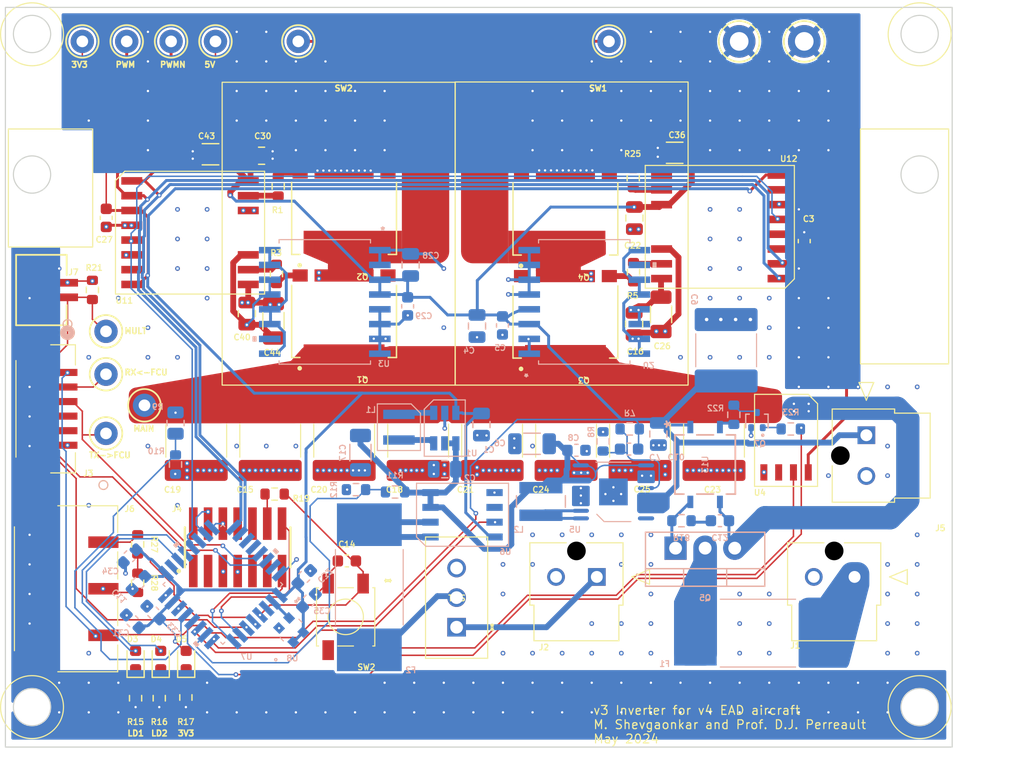
<source format=kicad_pcb>
(kicad_pcb (version 20221018) (generator pcbnew)
  (layers (0 "F.Cu" signal) (1 "In1.Cu" signal) (2 "In2.Cu" signal) (31 "B.Cu" signal) (34 "B.Paste" user) (35 "F.Paste" user) (36 "B.SilkS" user "B.Silkscreen") (37 "F.SilkS" user "F.Silkscreen") (38 "B.Mask" user) (39 "F.Mask" user) (44 "Edge.Cuts" user))
  (net 0 "")
  (net 1 "/3V3")
  (net 2 "GND")
  (net 3 "/Aux_Out_Safe")
  (net 4 "/5V")
  (net 5 "Net-(U5-FB)")
  (net 6 "/Main_In_Safe")
  (net 7 "/Aux_In_Safe")
  (net 8 "/MCU_LED1")
  (net 9 "/MCU_LED2")
  (net 10 "/Main_Batt+")
  (net 11 "Net-(F2-Pad2)")
  (net 12 "Net-(U1-SW2)")
  (net 13 "Net-(U1-SW1)")
  (net 14 "Net-(L2-Pad2)")
  (net 15 "Net-(C12-Pad1)")
  (net 16 "/Main_Cutoff_Gate")
  (net 17 "/Aux_Batt+")
  (net 18 "/MCU_NRST")
  (net 19 "/Main_Out_Safe")
  (net 23 "/CLK_32")
  (net 25 "unconnected-(U7A-PA8-Pad18)")
  (net 30 "/Main_Fused")
  (net 31 "Net-(Q7-G)")
  (net 32 "Net-(Q7-D)")
  (net 33 "Net-(R22-Pad1)")
  (net 36 "/MCU_Main_Enable")
  (net 37 "/Transducer_Signal")
  (net 38 "/MCU_Main_CurrentSense")
  (net 39 "/MCU_Aux_CurrentSense")
  (net 40 "/MCU_VCP_TX")
  (net 41 "/MCU_VCP_RX")
  (net 42 "/MCU_Output_VoltageSense")
  (net 43 "/MCU_Aux_VoltageSense")
  (net 44 "/MCU_Main_VoltageSense")
  (net 45 "/MCU_PressTran_VoltageSense")
  (net 46 "/MCU_GateDrive_Disable")
  (net 47 "/MCU_RX_from_FCU")
  (net 48 "/half_bridge4/5VISO+")
  (net 49 "/SW4")
  (net 50 "/half_bridge3/5VISO+")
  (net 51 "/SW3")
  (net 52 "/MCU_PWM")
  (net 53 "/MCU_PWM_N")
  (net 54 "Net-(Q1-Pad2)")
  (net 55 "Net-(Q2-Pad2)")
  (net 57 "Net-(Q3-Pad2)")
  (net 58 "Net-(Q4-Pad2)")
  (net 59 "Net-(U11-OUTA)")
  (net 60 "Net-(U11-OUTB)")
  (net 61 "Net-(U12-OUTA)")
  (net 62 "Net-(U12-OUTB)")
  (net 66 "/MCU_SWDIO")
  (net 67 "/MCU_SWCLK")
  (net 72 "Net-(J4-Pad12)")
  (net 76 "Net-(D3-K)")
  (net 77 "Net-(D4-K)")
  (net 78 "Net-(D5-K)")
  (net 81 "/MCU_TX_to_FCU")
  (footprint "Resistor_SMD:R_0603_1608Metric" (layer "F.Cu") (at 28.702 85.598 -90)
    (fp_text reference "R16")
    (fp_text value "RK73H1JTTD2800F")
  )
  (footprint "Capacitor_SMD:C_1206_3216Metric" (layer "F.Cu") (at 33.10095 38.900401 180)
    (fp_text reference "C43")
    (fp_text value "GRM31C5C1E474JE01L")
  )
  (footprint "LED_SMD:LED_0603_1608Metric" (layer "F.Cu") (at 31.0134 82.3214 90)
    (fp_text reference "D5")
    (fp_text value "QBLP601-IB5")
  )
  (footprint "custom_assets_mit:CONN_SM02B-GHS-TBLFSN_JST" (layer "F.Cu") (at 18.583402 50.556 -90)
    (fp_text reference "J7")
    (fp_text value "SM02B-GHS-TBLFSN")
  )
  (footprint "custom_assets_mit:TRANS_GS66516T-MR" (layer "F.Cu") (at 44.568302 52.526692 180)
    (fp_text reference "Q1")
    (fp_text value "GS66516T-MR")
  )
  (footprint "custom_assets:TMCS1101" (layer "F.Cu") (at 83.312 64.262 -90)
    (fp_text reference "U4")
    (fp_text value "TMCS1101A3UQDT")
  )
  (footprint "custom_assets_mit:TRANS_GS66516T-MR" (layer "F.Cu") (at 44.568302 43.681692 180)
    (fp_text reference "Q2")
    (fp_text value "GS66516T-MR")
  )
  (footprint "Capacitor_SMD:C_2220_5650Metric" (layer "F.Cu") (at 38.227 63.49 90)
    (fp_text reference "C15")
    (fp_text value "2220Y5000105KJTWS2")
  )
  (footprint "Resistor_SMD:R_0603_1608Metric" (layer "F.Cu") (at 38.608 68.072)
    (fp_text reference "R19")
    (fp_text value "0ohm")
  )
  (footprint "Capacitor_SMD:C_2220_5650Metric" (layer "F.Cu") (at 57.277 63.49 90)
    (fp_text reference "C21")
    (fp_text value "2220Y5000105KJTWS2")
  )
  (footprint "custom_assets:CON_1722861302_MOL" (layer "F.Cu") (at 88.392 75.184 180)
    (fp_text reference "J1")
    (fp_text value "1722861302")
  )
  (footprint "Capacitor_SMD:C_0603_1608Metric" (layer "F.Cu") (at 44.8082 73.8124)
    (fp_text reference "C14")
    (fp_text value "C1005X7R1H104K050BB")
  )
  (footprint "TestPoint:TestPoint_Keystone_5000-5004_Miniature" (layer "F.Cu") (at 24.13 57.785 -90)
    (fp_text reference "TP10" hide)
    (fp_text value "TestPoint")
  )
  (footprint "Resistor_SMD:R_0603_1608Metric" (layer "F.Cu") (at 69.3928 40.9448 90)
    (fp_text reference "R25")
    (fp_text value "CRCW06034R70FKEAHP")
  )
  (footprint "Capacitor_SMD:C_0805_2012Metric" (layer "F.Cu") (at 37.486599 39.027401)
    (fp_text reference "C30")
    (fp_text value "C0805X473J3GECAUTO")
  )
  (footprint "TestPoint:TestPoint_Keystone_5000-5004_Miniature" (layer "F.Cu") (at 25.908 29.21)
    (fp_text reference "TP16" hide)
    (fp_text value "TestPoint")
  )
  (footprint "LED_SMD:LED_0603_1608Metric" (layer "F.Cu") (at 28.829 82.321299 90)
    (fp_text reference "D4")
    (fp_text value "QBLP601-AG15")
  )
  (footprint "TestPoint:TestPoint_Keystone_5000-5004_Miniature" (layer "F.Cu") (at 24.13 54.102 -90)
    (fp_text reference "TP8" hide)
    (fp_text value "TestPoint")
  )
  (footprint "custom_assets:2EDR7259X" (layer "F.Cu") (at 76.826302 45.128992 90)
    (fp_text reference "U12")
    (fp_text value "2EDR7259X")
  )
  (footprint "custom_assets:PTS 647 SN50 SMTR2 LFS" (layer "F.Cu") (at 44.704 78.613 -90)
    (fp_text reference "SW2")
    (fp_text value "PTS 647 SN50 SMTR2 LFS")
  )
  (footprint "TestPoint:TestPoint_Keystone_5010-5014_Multipurpose" (layer "F.Cu") (at 84.074 29.21)
    (fp_text reference "TP14" hide)
    (fp_text value "TestPoint")
  )
  (footprint "Resistor_SMD:R_0603_1608Metric" (layer "F.Cu") (at 30.988 85.535 -90)
    (fp_text reference "R17")
    (fp_text value "RK73H1JTTD82R0F")
  )
  (footprint "Capacitor_SMD:C_2220_5650Metric" (layer "F.Cu") (at 50.927 63.49 90)
    (fp_text reference "C18")
    (fp_text value "2220Y5000105KJTWS2")
  )
  (footprint "Capacitor_SMD:C_2220_5650Metric" (layer "F.Cu") (at 63.627 63.49 -90)
    (fp_text reference "C24")
    (fp_text value "2220Y5000105KJTWS2")
  )
  (footprint "Capacitor_SMD:C_0603_1608Metric" (layer "F.Cu") (at 24.1516 44.361402 90)
    (fp_text reference "C27")
    (fp_text value "CGA3E1X7R1E105K080AC")
  )
  (footprint "custom_assets:500ASSP3M2QE_EWI" (layer "F.Cu") (at 54.229 79.502 180)
    (fp_text reference "SW1")
    (fp_text value "500ASSP3M2QE")
  )
  (footprint "Capacitor_SMD:C_1206_3216Metric" (layer "F.Cu") (at 71.7804 52.641801 -90)
    (fp_text reference "C26")
    (fp_text value "GRM31C5C1E474JE01L")
  )
  (footprint "TestPoint:TestPoint_Keystone_5000-5004_Miniature" (layer "F.Cu") (at 33.528 29.21 90)
    (fp_text reference "TP5" hide)
    (fp_text value "TestPoint")
  )
  (footprint "custom_assets_mit:output_pad_4x8mm" (layer "F.Cu") (at 47.887 29.21)
    (fp_text reference "TP1" hide)
    (fp_text value "TestPoint")
  )
  (footprint "custom_assets:CONN_SM06B-GHS-TB_JST" (layer "F.Cu") (at 18.9523 60.756 -90)
    (fp_text reference "J3")
    (fp_text value "SM06B-GHS-TBLFSN")
  )
  (footprint "Resistor_SMD:R_0603_1608Metric" (layer "F.Cu") (at 26.8499 72.39 -90)
    (fp_text reference "R27")
    (fp_text value "RK73H1ETTP2203F")
  )
  (footprint "custom_assets_mit:output_pad_4x8mm" (layer "F.Cu") (at 60.071 29.200012)
    (fp_text reference "TP2" hide)
    (fp_text value "TestPoint")
  )
  (footprint "TestPoint:TestPoint_Keystone_5010-5014_Multipurpose" (layer "F.Cu") (at 78.486 29.21)
    (fp_text reference "TP4" hide)
    (fp_text value "TestPoint")
  )
  (footprint "custom_assets_mit:TRANS_GS66516T-MR" (layer "F.Cu") (at 63.571302 52.577992 180)
    (fp_text reference "Q3")
    (fp_text value "GS66516T-MR")
  )
  (footprint "Resistor_SMD:R_0603_1608Metric" (layer "F.Cu") (at 38.7604 49.1744 -90)
    (fp_text reference "R3")
    (fp_text value "CRCW06034R70FKEAHP")
  )
  (footprint "Capacitor_SMD:C_2220_5650Metric" (layer "F.Cu") (at 76.327 63.49 -90)
    (fp_text reference "C23")
    (fp_text value "2220Y5000105KJTWS2")
  )
  (footprint "TestPoint:TestPoint_Keystone_5000-5004_Miniature" (layer "F.Cu") (at 40.64 29.21)
    (fp_text reference "TP11" hide)
    (fp_text value "TestPoint")
  )
  (footprint "Capacitor_SMD:C_0603_1608Metric" (layer "F.Cu") (at 84.074 46.355 -90)
    (fp_text reference "C3")
    (fp_text value "CGA3E1X7R1E105K080AC")
  )
  (footprint "Capacitor_SMD:C_2220_5650Metric" (layer "F.Cu") (at 69.977 63.49 -90)
    (fp_text reference "C25")
    (fp_text value "2220Y5000105KJTWS2")
  )
  (footprint "Resistor_SMD:R_0603_1608Metric" (layer "F.Cu") (at 69.415302 49.022 -90)
    (fp_text reference "R5")
    (fp_text value "CRCW06034R70FKEAHP")
  )
  (footprint "Capacitor_SMD:C_1206_3216Metric" (layer "F.Cu") (at 72.9488 38.773401 180)
    (fp_text reference "C36")
    (fp_text value "GRM31C5C1E474JE01L")
  )
  (footprint "Capacitor_SMD:C_0805_2012Metric" (layer "F.Cu") (at 69.4944 44.376601 -90)
    (fp_text reference "C22")
    (fp_text value "C0805X473J3GECAUTO")
  )
  (footprint "Resistor_SMD:R_0603_1608Metric" (layer "F.Cu") (at 26.67 85.598 -90)
    (fp_text reference "R15")
    (fp_text value "RK73H1JTTD3000F")
  )
  (footprint "custom_assets:CON_1722861302_MOL" (layer "F.Cu") (at 66.266002 75.184 180)
    (fp_text reference "J2")
    (fp_text value "1722861302")
  )
  (footprint "LED_SMD:LED_0603_1608Metric" (layer "F.Cu") (at 26.67 82.3214 90)
    (fp_text reference "D3")
    (fp_text value "QBLP601-R5")
  )
  (footprint "custom_assets_mit:SAMTEC_FTSH-107-01-L-DV-K-A" (layer "F.Cu") (at 35.433 72.644)
    (fp_text reference "J4")
    (fp_text value "FTSH-107-01-L-DV-K-A")
  )
  (footprint "Capacitor_SMD:C_0805_2012Metric" (layer "F.Cu") (at 69.469 53.467 -90)
    (fp_text reference "C16")
    (fp_text value "C0805X473J3GECAUTO")
  )
  (footprint "TestPoint:TestPoint_Keystone_5000-5004_Miniature" (layer "F.Cu") (at 24.13 62.865)
    (fp_text reference "TP15" hide)
    (fp_text value "TestPoint")
  )
  (footprint "TestPoint:TestPoint_Keystone_5000-5004_Miniature" (layer "F.Cu") (at 22.098 29.21 -90)
    (fp_text reference "TP6" hide)
    (fp_text value "TestPoint")
  )
  (footprint "TestPoint:TestPoint_Keystone_5000-5004_Miniature" (layer "F.Cu") (at 29.718 29.21)
    (fp_text reference "TP13" hide)
    (fp_text value "TestPoint")
  )
  (footprint "Capacitor_SMD:C_1206_3216Metric" (layer "F.Cu") (at 38.5064 53.200601 90)
    (fp_text reference "C44")
    (fp_text value "GRM31C5C1E474JE01L")
  )
  (footprint "Resistor_SMD:R_0603_1608Metric" (layer "F.Cu") (at 26.8499 75.692 -90)
    (fp_text reference "R28")
    (fp_text value "RMCF0603FT280K")
  )
  (footprint "custom_assets_mit:TRANS_GS66516T-MR" (layer "F.Cu") (at 63.571302 43.731992 180)
    (fp_text reference "Q4")
    (fp_text value "GS66516T-MR")
  )
  (footprint "Resistor_SMD:R_0603_1608Metric" (layer "F.Cu") (at 22.961999 50.546 90)
    (fp_text reference "R21")
    (fp_text value "CRCW0402180KFKEDC")
  )
  (footprint "TestPoint:TestPoint_Keystone_5000-5004_Miniature" (layer "F.Cu") (at 27.432 60.452 90)
    (fp_text reference "TP12" hide)
    (fp_text value "TestPoint")
  )
  (footprint "Capacitor_SMD:C_2220_5650Metric" (layer "F.Cu") (at 31.877 63.49 90)
    (fp_text reference "C19")
    (fp_text value "2220Y5000105KJTWS2")
  )
  (footprint "Capacitor_SMD:C_0805_2012Metric" (layer "F.Cu") (at 36.2204 52.578 90)
    (fp_text reference "C40")
    (fp_text value "C0805X473J3GECAUTO")
  )
  (footprint "custom_assets:2EDR7259X" (layer "F.Cu") (at 31.3436 45.631401 -90)
    (fp_text reference "U11")
    (fp_text value "2EDR7259X")
  )
  (footprint "custom_assets:CONN_SM034.0B-BHS-1-TB_JST" (layer "F.Cu") (at 20.701 76.2 -90)
    (fp_text reference "J6")
    (fp_text value "SM034.0B-BHS-1-TBLFSN")
  )
  (footprint "TestPoint:TestPoint_Keystone_5000-5004_Miniature" (layer "F.Cu") (at 67.31 29.21)
    (fp_text reference "TP9" hide)
    (fp_text value "TestPoint")
  )
  (footprint "custom_assets:CON_1722861302_MOL" (layer "F.Cu") (at 89.404999 63.019999 -90)
    (fp_text reference "J5")
    (fp_text value "1722861302")
  )
  (footprint "Resistor_SMD:R_0603_1608Metric" (layer "F.Cu") (at 38.9128 41.656 90)
    (fp_text reference "R1")
    (fp_text value "CRCW06034R70FKEAHP")
  )
  (footprint "Capacitor_SMD:C_2220_5650Metric" (layer "F.Cu") (at 44.577 63.49 90)
    (fp_text reference "C20")
    (fp_text value "2220Y5000105KJTWS2")
  )
  (footprint "Capacitor_SMD:C_0603_1608Metric" (layer "B.Cu") (at 26.924 75.692 -135)
    (fp_text reference "C11")
    (fp_text value "C1005X7R1H104K050BB")
  )
  (footprint "Resistor_SMD:R_0603_1608Metric" (layer "B.Cu") (at 73.533 70.358)
    (fp_text reference "R18")
    (fp_text value "R")
  )
  (footprint "Capacitor_SMD:C_0603_1608Metric" (layer "B.Cu") (at 64.516 64.3128 180)
    (fp_text reference "C8")
    (fp_text value "C1005X7R1H104K050BB")
  )
  (footprint "custom_assets:SMD04_XTAL_2P5X2_ECS" (layer "B.Cu") (at 40.02575 79.749855 45)
    (fp_text reference "U8")
    (fp_text value "ECS-TXO-2520MV-320-AN-TR")
  )
  (footprint "Resistor_SMD:R_0603_1608Metric" (layer "B.Cu") (at 78.0288 61.2648 90)
    (fp_text reference "R22")
    (fp_text value "RK73H1ETTP3600F")
  )
  (footprint "Capacitor_SMD:C_0805_2012Metric" (layer "B.Cu") (at 56.3626 62.103 -90)
    (fp_text reference "C1")
    (fp_text value "GRT21BR61C226ME13K")
  )
  (footprint "Package_TO_SOT_THT:TO-220-3_Vertical" (layer "B.Cu") (at 73.025 72.715)
    (fp_text reference "Q5")
    (fp_text value "UF3C065030T3S")
  )
  (footprint "Resistor_SMD:R_0805_2012Metric" (layer "B.Cu") (at 30.099 61.976 -90)
    (fp_text reference "R9")
    (fp_text value "TNPV08051M00BEEA")
  )
  (footprint "Capacitor_SMD:C_0805_2012Metric" (layer "B.Cu") (at 53.213 65.9384 180)
    (fp_text reference "C2")
    (fp_text value "CL21B475KOQVPNE")
  )
  (footprint "Capacitor_SMD:C_0603_1608Metric" (layer "B.Cu") (at 41.552395 77.216 45)
    (fp_text reference "C35")
    (fp_text value "GRM188Z71A475KE15J")
  )
  (footprint "custom_assets_mit:SOP-4_VIS-L" (layer "B.Cu") (at 75.565 65.532 -90)
    (fp_text reference "U13")
    (fp_text value "VOM1271T")
  )
  (footprint "Capacitor_SMD:C_0603_1608Metric" (layer "B.Cu") (at 26.416 78.994 135)
    (fp_text reference "C31")
    (fp_text value "C1608X7R1V105K080AE")
  )
  (footprint "Capacitor_SMD:C_0603_1608Metric" (layer "B.Cu") (at 28.188183 78.243075 135)
    (fp_text reference "C33")
    (fp_text value "C1005X7R1H103K050BB")
  )
  (footprint "Capacitor_SMD:C_0805_2012Metric" (layer "B.Cu") (at 50.279101 48.400001 -90)
    (fp_text reference "C28")
    (fp_text value "CL21B106KOQNNNG")
  )
  (footprint "Resistor_SMD:R_0603_1608Metric" (layer "B.Cu") (at 82.9178 62.484 180)
    (fp_text reference "R23")
    (fp_text value "RK73H1ETTP1001F")
  )
  (footprint "custom_assets:SMD_16_10.35X7.5X2.5_RCP" (layer "B.Cu") (at 42.913099 51.575001 180)
    (fp_text reference "U3")
    (fp_text value "R05C05TE05S-R")
  )
  (footprint "Resistor_SMD:R_0603_1608Metric" (layer "B.Cu") (at 69.088 62.484)
    (fp_text reference "R7")
    (fp_text value "RMCF0603FT1M62")
  )
  (footprint "custom_assets:TMCS1101" (layer "B.Cu") (at 55.537 70.65)
    (fp_text reference "U6")
    (fp_text value "TMCS1101A3UQDT")
  )
  (footprint "Resistor_SMD:R_0603_1608Metric" (layer "B.Cu") (at 48.9458 67.8942 180)
    (fp_text reference "R11")
    (fp_text value "MCT0603MD1002BP500")
  )
  (footprint "Capacitor_SMD:C_0603_1608Metric" (layer "B.Cu") (at 69.0372 64.2112)
    (fp_text reference "C7")
    (fp_text value "KGQ05FCG1H100FH")
  )
  (footprint "Capacitor_SMD:C_0603_1608Metric" (layer "B.Cu") (at 26.162 73.406 -135)
    (fp_text reference "C34")
    (fp_text value "GRM188Z71A475KE15J")
  )
  (footprint "Resistor_SMD:R_0603_1608Metric" (layer "B.Cu") (at 66.802 63.5508 -90)
    (fp_text reference "R8")
    (fp_text value "CRCW0603180KFKEAHP")
  )
  (footprint "Capacitor_SMD:C_0603_1608Metric" (layer "B.Cu") (at 41.148 75.184 45)
    (fp_text reference "C32")
    (fp_text value "C1005X7R1H104K050BB")
  )
  (footprint "Capacitor_SMD:C_1206_3216Metric" (layer "B.Cu") (at 60.706 63.754)
    (fp_text reference "C6")
    (fp_text value "CGA5L3X5R1H106M160AB")
  )
  (footprint "Capacitor_SMD:C_2220_5650Metric_Pad1.97x5.40mm_HandSolder" (layer "B.Cu") (at 77.3684 55.7276 90)
    (fp_text reference "C9")
    (fp_text value "CKG57NX7R1V107M500JJ")
  )
  (footprint "Capacitor_SMD:C_1206_3216Metric" (layer "B.Cu") (at 45.974 64.516 90)
    (fp_text reference "C17")
    (fp_text value "C3216X7R1E106K160AB")
  )
  (footprint "custom_assets:FUSE_1350HV_EAT" (layer "B.Cu") (at 80.0989 80.01)
    (fp_text reference "F1")
    (fp_text value "TR-1350HV5-R")
  )
  (footprint "custom_assets:LQFP-32" (layer "B.Cu") (at 34.157184 75.830075 135)
    (fp_text reference "U7")
    (fp_text value "STM32G431KBT6")
  )
  (footprint "Capacitor_SMD:C_0805_2012Metric" (layer "B.Cu") (at 71.5518 62.9158 -90)
    (fp_text reference "C10")
    (fp_text value "C2012X7R1H225K125AC")
  )
  (footprint "Resistor_SMD:R_0603_1608Metric" (layer "B.Cu") (at 30.099 65.532 -90)
    (fp_text reference "R10")
    (fp_text value "MCT0603MD1002BP500")
  )
  (footprint "Capacitor_SMD:C_0805_2012Metric" (layer "B.Cu") (at 55.9816 53.6448 90)
    (fp_text reference "C4")
    (fp_text value "CL21B106KOQNNNG")
  )
  (footprint "Capacitor_SMD:C_0603_1608Metric" (layer "B.Cu") (at 76.835 70.358)
    (fp_text reference "C12")
    (fp_text value "C")
  )
  (footprint "custom_assets:LSXND3030QKT100MNG" (layer "B.Cu") (at 49.276 62.3316 -90)
    (fp_text reference "L1")
    (fp_text value "LSXND3030QKT100MNG" hide)
  )
  (footprint "Package_TO_SOT_SMD:SOT-416" (layer "B.Cu") (at 80.01 61.722 90)
    (fp_text reference "Q7")
    (fp_text value "SSM3K35AFS")
  )
  (footprint "Inductor_SMD:L_Wuerth_MAPI-4020" (layer "B.Cu") (at 61.467999 68.707 -90)
    (fp_text reference "L2")
    (fp_text value "74438357022")
  )
  (footprint "Capacitor_SMD:C_0603_1608Metric" (layer "B.Cu") (at 58.166 53.594 90)
    (fp_text reference "C5")
    (fp_text value "CGA3E1X7R1E105K080AC")
  )
  (footprint "custom_assets:SMD_16_10.35X7.5X2.5_RCP" (layer "B.Cu") (at 65.1893 51.575001)
    (fp_text reference "U2")
    (fp_text value "R05C05TE05S-R")
  )
  (footprint "custom_assets:TSOT-23-6" (layer "B.Cu") (at 53.213 62.4078)
    (fp_text reference "U1")
    (fp_text value "LTC3531")
  )
  (footprint "custom_assets:PWP0016K_L" (layer "B.Cu") (at 67.690999 67.883001)
    (fp_text reference "U5")
    (fp_text value "TPS61030PWP")
  )
  (footprint "custom_assets:FUSE_1350HV_EAT" (layer "B.Cu") (at 46.736 76.073 -90)
    (fp_text reference "F2")
    (fp_text value "TR-1350HV2-R")
  )
  (footprint "Resistor_SMD:R_0603_1608Metric" (layer "B.Cu") (at 45.593 67.691 180)
    (fp_text reference "R12")
    (fp_text value "MCT0603MD1002BP500")
  )
  (footprint "Capacitor_SMD:C_0603_1608Metric" (layer "B.Cu") (at 50.025101 51.956001 90)
    (fp_text reference "C29")
    (fp_text value "CGA3E1X7R1E105K080AC")
  )
  (gr_circle (center 93.98 86.36) (end 93.98 89.06) (stroke (width 0.1)) (fill none) (layer "F.SilkS"))
  (gr_rect (start 34.102 32.719) (end 54.102 58.719) (stroke (width 0.1)) (fill none) (layer "F.SilkS"))
  (gr_rect (start 54.102 32.6936) (end 74.102 58.719) (stroke (width 0.1)) (fill none) (layer "F.SilkS"))
  (gr_circle (center 17.78 86.36) (end 17.78 89.06) (stroke (width 0.1)) (fill none) (layer "F.SilkS"))
  (gr_circle (center 17.78 28.6) (end 17.78 31.3) (stroke (width 0.1)) (fill none) (layer "F.SilkS"))
  (gr_circle (center 93.98 28.6) (end 93.98 31.3) (stroke (width 0.1)) (fill none) (layer "F.SilkS"))
  (gr_rect (start 88.9 36.7284) (end 96.4692 56.896) (stroke (width 0.1)) (fill none) (layer "F.SilkS"))
  (gr_rect (start 15.748 36.7284) (end 22.987 46.863) (stroke (width 0.1)) (fill none) (layer "F.SilkS"))
  (gr_poly (pts (xy 15.494 26.289) (xy 96.774 26.289) (xy 96.774 89.789) (xy 15.494 89.789)) (stroke (width 0.1)) (fill none) (layer "Edge.Cuts"))
  (gr_circle (center 93.98 28.575) (end 95.58 28.575) (stroke (width 0.1)) (fill none) (layer "Edge.Cuts"))
  (gr_circle (center 93.98 86.36) (end 95.58 86.36) (stroke (width 0.1)) (fill none) (layer "Edge.Cuts"))
  (gr_circle (center 17.78 28.575) (end 19.38 28.575) (stroke (width 0.1)) (fill none) (layer "Edge.Cuts"))
  (gr_circle (center 93.98 40.64) (end 95.58 40.64) (stroke (width 0.1)) (fill none) (layer "Edge.Cuts"))
  (gr_circle (center 17.78 40.64) (end 19.38 40.64) (stroke (width 0.1)) (fill none) (layer "Edge.Cuts"))
  (gr_circle (center 17.78 86.36) (end 19.38 86.36) (stroke (width 0.1)) (fill none) (layer "Edge.Cuts"))
  (gr_text "3V3" (at 21.082 31.496) (layer "F.SilkS") (effects (font (size 0.5 0.5) (thickness 0.125) bold) (justify left bottom)))
  (gr_text "TX->FCU\n" (at 22.606 65.024) (layer "F.SilkS") (effects (font (size 0.5 0.5) (thickness 0.125) bold) (justify left bottom)))
  (gr_text "v3 Inverter for v4 EAD aircraft\nM. Shevgaonkar and Prof. D.J. Perreault\nMay 2024" (at 65.913 89.535) (layer "F.SilkS") (effects (font (size 0.762 0.762) (thickness 0.1) bold) (justify left bottom)))
  (gr_text "RX<-FCU" (at 25.654 57.912) (layer "F.SilkS") (effects (font (size 0.5 0.5) (thickness 0.125) bold) (justify left bottom)))
  (gr_text "MULT" (at 25.654 54.356) (layer "F.SilkS") (effects (font (size 0.5 0.5) (thickness 0.125) bold) (justify left bottom)))
  (gr_text "SW2" (at 43.688 33.528) (layer "F.SilkS") (effects (font (size 0.5 0.5) (thickness 0.125) bold) (justify left bottom)))
  (gr_text "LD1" (at 25.908 88.9) (layer "F.SilkS") (effects (font (size 0.5 0.5) (thickness 0.125) bold) (justify left bottom)))
  (gr_text "3V3" (at 30.226 88.9) (layer "F.SilkS") (effects (font (size 0.5 0.5) (thickness 0.125) bold) (justify left bottom)))
  (gr_text "LD2" (at 27.94 88.9) (layer "F.SilkS") (effects (font (size 0.5 0.5) (thickness 0.125) bold) (justify left bottom)))
  (gr_text "SW1" (at 65.532 33.528) (layer "F.SilkS") (effects (font (size 0.5 0.5) (thickness 0.125) bold) (justify left bottom)))
  (gr_text "5V" (at 32.512 31.496) (layer "F.SilkS") (effects (font (size 0.5 0.5) (thickness 0.125) bold) (justify left bottom)))
  (gr_text "PWM" (at 24.892 31.496) (layer "F.SilkS") (effects (font (size 0.5 0.5) (thickness 0.125) bold) (justify left bottom)))
  (gr_text "PWMN" (at 28.702 31.496) (layer "F.SilkS") (effects (font (size 0.5 0.5) (thickness 0.125) bold) (justify left bottom)))
  (gr_text "MAIN" (at 26.416 62.738) (layer "F.SilkS") (effects (font (size 0.5 0.5) (thickness 0.125) bold) (justify left bottom)))
  (segment (start 27.7506 44.310101) (end 27.115601 43.675101) (width 0.25) (layer "F.Cu") (net 1))
  (segment (start 30.0736 80.7212) (end 30.099 80.7466) (width 0.13) (layer "F.Cu") (net 1))
  (segment (start 27.7506 49.274401) (end 27.7506 44.310101) (width 0.25) (layer "F.Cu") (net 1))
  (segment (start 26.3436 50.076402) (end 26.3536 50.025101) (width 0.25) (layer "F.Cu") (net 1))
  (segment (start 26.343601 43.726401) (end 24.489589 43.726401) (width 0.25) (layer "F.Cu") (net 1))
  (segment (start 27.723601 49.3014) (end 27.7506 49.274401) (width 0.25) (layer "F.Cu") (net 1))
  (segment (start 27.7114 49.3014) (end 27.723601 49.3014) (width 0.25) (layer "F.Cu") (net 1))
  (segment (start 26.9486 50.076401) (end 26.3436 50.076402) (width 0.25) (layer "F.Cu") (net 1))
  (segment (start 84.417 66.212) (end 84.417 64.681) (width 0.25) (layer "F.Cu") (net 1))
  (segment (start 87.7062 50.7622) (end 84.074 47.13) (width 0.25) (layer "F.Cu") (net 1))
  (segment (start 22.098 29.21) (end 22.098 33.782) (width 0.13) (layer "F.Cu") (net 1))
  (segment (start 84.371992 40.683992) (end 81.826302 40.683992) (width 0.25) (layer "F.Cu") (net 1))
  (segment (start 81.92231 47.13) (end 81.826302 47.033992) (width 0.25) (layer "F.Cu") (net 1))
  (segment (start 31.0134 81.5339) (end 30.8863 81.5339) (width 0.13) (layer "F.Cu") (net 1))
  (segment (start 22.098 33.782) (end 24.1516 35.8356) (width 0.13) (layer "F.Cu") (net 1))
  (segment (start 27.115601 43.675101) (end 26.861599 43.675101) (width 0.25) (layer "F.Cu") (net 1))
  (segment (start 84.417 64.681) (end 87.7062 61.3918) (width 0.25) (layer "F.Cu") (net 1))
  (segment (start 85.725 42.037) (end 84.371992 40.683992) (width 0.25) (layer "F.Cu") (net 1))
  (segment (start 27.7114 49.313601) (end 26.9486 50.076401) (width 0.25) (layer "F.Cu") (net 1))
  (segment (start 80.778808 40.683992) (end 81.826302 40.683992) (width 0.25) (layer "F.Cu") (net 1))
  (segment (start 27.7114 49.3014) (end 27.7114 49.313601) (width 0.25) (layer "F.Cu") (net 1))
  (segment (start 30.8863 81.5339) (end 30.0736 80.7212) (width 0.13) (layer "F.Cu") (net 1))
  (segment (start 84.074 47.13) (end 81.92231 47.13) (width 0.25) (layer "F.Cu") (net 1))
  (segment (start 84.074 47.13) (end 84.074 47.117) (width 0.25) (layer "F.Cu") (net 1))
  (segment (start 87.7062 61.3918) (end 87.7062 50.7622) (width 0.25) (layer "F.Cu") (net 1))
  (segment (start 85.725 45.466) (end 85.725 42.037) (width 0.25) (layer "F.Cu") (net 1))
  (segment (start 79.4004 42.0624) (end 80.778808 40.683992) (width 0.25) (layer "F.Cu") (net 1))
  (segment (start 24.1516 35.8356) (end 24.1516 43.586402) (width 0.13) (layer "F.Cu") (net 1))
  (segment (start 84.074 47.117) (end 85.725 45.466) (width 0.25) (layer "F.Cu") (net 1))
  (via (at 27.7114 49.3014) (size 0.4) (drill 0.2) (layers "F.Cu" "B.Cu") (net 1))
  (via (at 79.4004 42.0624) (size 0.4) (drill 0.2) (layers "F.Cu" "B.Cu") (net 1))
  (via (at 30.0736 80.7212) (size 0.4) (drill 0.2) (layers "F.Cu" "B.Cu") (net 1))
  (arc (start 24.489589 43.726401) (mid 24.306671 43.690016) (end 24.1516 43.586402) (width 0.25) (layer "F.Cu") (net 1))
  (segment (start 54.163 59.940232) (end 53.632768 59.41) (width 0.25) (layer "B.Cu") (net 1))
  (segment (start 40.204577 80.790787) (end 41.066682 79.928682) (width 0.25) (layer "B.Cu") (net 1))
  (segment (start 41.309 64.2026) (end 46.1016 59.41) (width 0.25) (layer "B.Cu") (net 1))
  (segment (start 41.3004 71.75779) (end 41.3004 64.54021) (width 0.25) (layer "B.Cu") (net 1))
  (segment (start 29.267683 74.90037) (end 28.091204 73.723891) (width 0.25) (layer "B.Cu") (net 1))
  (segment (start 41.309 73.88) (end 41.309 71.76639) (width 0.25) (layer "B.Cu") (net 1))
  (segment (start 55.0164 62.2046) (end 56.068 61.153) (width 0.25) (layer "B.Cu") (net 1))
  (segment (start 40.64 76.2) (end 41.004387 76.564387) (width 0.25) (layer "B.Cu") (net 1))
  (segment (start 40.64 75.692) (end 40.64 74.549) (width 0.25) (layer "B.Cu") (net 1))
  (segment (start 30.858829 76.300004) (end 30.667317 76.300004) (width 0.25) (layer "B.Cu") (net 1))
  (segment (start 27.030853 72.857992) (end 26.710008 72.857992) (width 0.25) (layer "B.Cu") (net 1))
  (segment (start 27.769397 49.243403) (end 27.7114 49.3014) (width 0.25) (layer "B.Cu") (net 1))
  (segment (start 56.3626 61.153) (end 54.7776 61.153) (width 0.25) (layer "B.Cu") (net 1))
  (segment (start 28.736191 78.791083) (end 28.736191 78.371708) (width 0.25) (layer "B.Cu") (net 1))
  (segment (start 30.074001 41.858799) (end 27.769397 44.163403) (width 0.25) (layer "B.Cu") (net 1))
  (segment (start 27.769397 44.163403) (end 27.769397 49.243403) (width 0.25) (layer "B.Cu") (net 1))
  (segment (start 28.736191 78.371708) (end 29.790348 77.317551) (width 0.25) (layer "B.Cu") (net 1))
  (segment (start 38.586909 76.300004) (end 39.046685 76.75978) (width 0.25) (layer "B.Cu") (net 1))
  (segment (start 55.0164 69.6644) (end 55.0164 62.2046) (width 0.25) (layer "B.Cu") (net 1))
  (segment (start 29.024061 75.143992) (end 29.267683 74.90037) (width 0.25) (layer "B.Cu") (net 1))
  (segment (start 40.64 75.692) (end 40.64 76.2) (width 0.25) (layer "B.Cu") (net 1))
  (segment (start 79.196799 41.858799) (end 30.074001 41.858799) (width 0.25) (layer "B.Cu") (net 1))
  (segment (start 28.736191 78.791083) (end 30.0736 80.128492) (width 0.13) (layer "B.Cu") (net 1))
  (segment (start 45.9238 59.41) (end 45.9232 59.4106) (width 0.25) (layer "B.Cu") (net 1))
  (segment (start 54.163 61.0978) (end 54.163 59.940232) (width 0.25) (layer "B.Cu") (net 1))
  (segment (start 46.1016 59.41) (end 46.1264 59.41) (width 0.25) (layer "B.Cu") (net 1))
  (segment (start 41.066682 77.826303) (end 41.004387 77.764008) (width 0.25) (layer "B.Cu") (net 1))
  (segment (start 57.487 71.755) (end 57.107 71.755) (width 0.25) (layer "B.Cu") (net 1))
  (segment (start 30.858829 76.300004) (end 38.586909 76.300004) (width 0.25) (layer "B.Cu") (net 1))
  (segment (start 40.64 74.549) (end 41.309 73.88) (width 0.25) (layer "B.Cu") (net 1))
  (segment (start 29.833368 77.325465) (end 30.858829 76.300004) (width 0.25) (layer "B.Cu") (net 1))
  (segment (start 57.107 71.755) (end 55.0164 69.6644) (width 0.25) (layer "B.Cu") (net 1))
  (segment (start 28.736191 78.791083) (end 28.317228 78.791083) (width 0.25) (layer "B.Cu") (net 1))
  (segment (start 54.7776 61.153) (end 54.7224 61.0978) (width 0.25) (layer "B.Cu") (net 1))
  (segment (start 30.667317 76.300004) (end 30.293143 75.92583) (width 0.25) (layer "B.Cu") (net 1))
  (segment (start 29.833368 77.325465) (end 30.293143 76.86569) (width 0.25) (layer "B.Cu") (net 1))
  (segment (start 41.066682 79.928682) (end 41.066682 77.826303) (width 0.25) (layer "B.Cu") (net 1))
  (segment (start 40.64 75.692) (end 39.57222 76.75978) (width 0.25) (layer "B.Cu") (net 1))
  (segment (start 45.9232 59.4106) (end 36.8554 59.4106) (width 0.25) (layer "B.Cu") (net 1))
  (segment (start 27.832297 73.659436) (end 27.030853 72.857992) (width 0.25) (layer "B.Cu") (net 1))
  (segment (start 39.57222 76.75978) (end 39.046685 76.75978) (width 0.25) (layer "B.Cu") (net 1))
  (segment (start 36.8554 59.4106) (end 27.7114 50.2666) (width 0.25) (layer "B.Cu") (net 1))
  (segment (start 27.7114 50.2666) (end 27.7114 49.3014) (width 0.25) (layer "B.Cu") (net 1))
  (segment (start 30.293143 75.92583) (end 29.267683 74.90037) (width 0.25) (layer "B.Cu") (net 1))
  (segment (start 41.3004 64.54021) (end 41.309 64.53161) (width 0.25) (layer "B.Cu") (net 1))
  (segment (start 27.312296 79.542008) (end 26.964008 79.542008) (width 0.25) (layer "B.Cu") (net 1))
  (segment (start 41.309 71.76639) (end 41.3004 71.75779) (width 0.25) (layer "B.Cu") (net 1))
  (segment (start 79.4004 42.0624) (end 79.196799 41.858799) (width 0.25) (layer "B.Cu") (net 1))
  (segment (start 28.317228 78.791083) (end 27.777531 79.33078) (width 0.25) (layer "B.Cu") (net 1))
  (segment (start 56.068 61.153) (end 56.3626 61.153) (width 0.25) (layer "B.Cu") (net 1))
  (segment (start 53.632768 59.41) (end 45.9238 59.41) (width 0.25) (layer "B.Cu") (net 1))
  (segment (start 27.472008 75.143992) (end 29.024061 75.143992) (width 0.25) (layer "B.Cu") (net 1))
  (segment (start 54.7224 61.0978) (end 54.163 61.0978) (width 0.25) (layer "B.Cu") (net 1))
  (segment (start 30.0736 80.128492) (end 30.0736 80.7212) (width 0.13) (layer "B.Cu") (net 1))
  (segment (start 41.309 64.53161) (end 41.309 64.2026) (width 0.25) (layer "B.Cu") (net 1))
  (segment (start 27.471117 79.383187) (end 27.312296 79.542008) (width 0.25) (layer "B.Cu") (net 1))
  (segment (start 41.004387 76.564387) (end 41.004387 77.764008) (width 0.25) (layer "B.Cu") (net 1))
  (segment (start 30.293143 76.86569) (end 30.293143 75.92583) (width 0.25) (layer "B.Cu") (net 1))
  (arc (start 28.091204 73.723891) (mid 27.970893 73.656513) (end 27.832297 73.659436) (width 0.25) (layer "B.Cu") (net 1))
  (arc (start 29.790348 77.317551) (mid 29.813491 77.315663) (end 29.833368 77.325465) (width 0.25) (layer "B.Cu") (net 1))
  (arc (start 27.777531 79.33078) (mid 27.630106 79.392427) (end 27.471117 79.383187) (width 0.25) (layer "B.Cu") (net 1))
  (segment (start 81.826302 45.763992) (end 83.890008 45.763992) (width 0.25) (layer "F.Cu") (net 2))
  (segment (start 23.876 76.2) (end 24.193 76.517) (width 0.13) (layer "F.Cu") (net 2))
  (segment (start 25.9296 44.996401) (end 24.489589 44.996401) (width 0.25) (layer "F.Cu") (net 2))
  (segment (start 83.890008 45.763992) (end 84.074 45.58) (width 0.25) (layer "F.Cu") (net 2))
  (segment (start 43.204 75.7555) (end 43.204 74.9366) (width 0.13) (layer "F.Cu") (net 2))
  (segment (start 24.193 76.517) (end 26.8499 76.517) (width 0.13) (layer "F.Cu") (net 2))
  (segment (start 71.826302 40.683992) (end 71.826302 40.330302) (width 0.5) (layer "F.Cu") (net 2))
  (segment (start 43.1165 75.7555) (end 42.164 76.708) (width 0.13) (layer "F.Cu") (net 2))
  (segment (start 26.8499 76.259992) (end 26.8499 76.517) (width 0.13) (layer "F.Cu") (net 2))
  (segment (start 20.828 49.931001) (end 20.828 49.911) (width 0.13) (layer "F.Cu") (net 2))
  (segment (start 71.4738 39.9778) (end 71.4738 38.773401) (width 0.5) (layer "F.Cu") (net 2))
  (segment (start 22.701 49.784) (end 22.848 49.931) (width 0.13) (layer "F.Cu") (net 2))
  (segment (start 71.826302 40.330302) (end 71.4738 39.9778) (width 0.5) (layer "F.Cu") (net 2))
  (segment (start 43.204 74.9366) (end 44.3282 73.8124) (width 0.13) (layer "F.Cu") (net 2))
  (segment (start 23.9063 76.2) (end 23.876 76.2) (width 0.13) (layer "F.Cu") (net 2))
  (segment (start 20.828 49.911) (end 20.955 49.784) (width 0.13) (layer "F.Cu") (net 2))
  (segment (start 43.204 75.7555) (end 43.1165 75.7555) (width 0.13) (layer "F.Cu") (net 2))
  (segment (start 20.955 49.784) (end 22.701 49.784) (width 0.13) (layer "F.Cu") (net 2))
  (segment (start 22.961999 49.993314) (end 22.961999 50.036) (width 0.13) (layer "F.Cu") (net 2))
  (via (at 42.291 66.04) (size 0.4) (drill 0.2) (layers "F.Cu" "B.Cu") (net 2))
  (via (at 36.83 43.726401) (size 0.4) (drill 0.2) (layers "F.Cu" "B.Cu") (net 2))
  (via (at 27.73 30.93) (size 0.4) (drill 0.2) (layers "F.Cu" "B.Cu") (net 2))
  (via (at 58.674 50.927) (size 0.4) (drill 0.2) (layers "F.Cu" "B.Cu") (net 2))
  (via (at 35.9156 43.726402) (size 0.4) (drill 0.2) (layers "F.Cu" "B.Cu") (net 2))
  (via (at 75.99 51.25) (size 0.4) (drill 0.2) (layers "F.Cu" "B.Cu") (net 2))
  (via (at 50.3428 66.04) (size 0.4) (drill 0.2) (layers "F.Cu" "B.Cu") (net 2))
  (via (at 88.69 84.27) (size 0.4) (drill 0.2) (layers "F.Cu" "B.Cu") (net 2))
  (via (at 17.57 74.11) (size 0.4) (drill 0.2) (layers "F.Cu" "B.Cu") (net 2))
  (via (at 75.99 36.01) (size 0.4) (drill 0.2) (layers "F.Cu" "B.Cu") (net 2))
  (via (at 88.69 86.81) (size 0.4) (drill 0.2) (layers "F.Cu" "B.Cu") (net 2))
  (via (at 38.989 66.04) (size 0.4) (drill 0.2) (layers "F.Cu" "B.Cu") (net 2))
  (via (at 38.481 66.04) (size 0.4) (drill 0.2) (layers "F.Cu" "B.Cu") (net 2))
  (via (at 38.989 79.5782) (size 0.4) (drill 0.2) (layers "F.Cu" "B.Cu") (net 2))
  (via (at 33.528 66.04) (size 0.4) (drill 0.2) (layers "F.Cu" "B.Cu") (net 2))
  (via (at 86.15 36.01) (size 0.4) (drill 0.2) (layers "F.Cu" "B.Cu") (net 2))
  (via (at 40.43 30.93) (size 0.4) (drill 0.2) (layers "F.Cu" "B.Cu") (net 2))
  (via (at 81.07 38.55) (size 0.4) (drill 0.2) (layers "F.Cu" "B.Cu") (net 2))
  (via (at 17.57 58.87) (size 0.4) (drill 0.2) (layers "F.Cu" "B.Cu") (net 2))
  (via (at 35.433 74.7522) (size 0.4) (drill 0.2) (layers "F.Cu" "B.Cu") (net 2))
  (via (at 27.73 56.33) (size 0.4) (drill 0.2) (layers "F.Cu" "B.Cu") (net 2))
  (via (at 48.05 33.47) (size 0.4) (drill 0.2) (layers "F.Cu" "B.Cu") (net 2))
  (via (at 58.21 74.11) (size 0.4) (drill 0.2) (layers "F.Cu" "B.Cu") (net 2))
  (via (at 64.9224 66.2432) (size 0.4) (drill 0.2) (layers "F.Cu" "B.Cu") (net 2))
  (via (at 78.53 38.55) (size 0.4) (drill 0.2) (layers "F.Cu" "B.Cu") (net 2))
  (via (at 74.549 66.04) (size 0.4) (drill 0.2) (layers "F.Cu" "B.Cu") (net 2))
  (via (at 60.75 86.81) (size 0.4) (drill 0.2) (layers "F.Cu" "B.Cu") (net 2))
  (via (at 36.449 66.04) (size 0.4) (drill 0.2) (layers "F.Cu" "B.Cu") (net 2))
  (via (at 52.2732 66.3448) (size 0.4) (drill 0.2) (layers "F.Cu" "B.Cu") (net 2))
  (via (at 53.13 84.27) (size 0.4) (drill 0.2) (layers "F.Cu" "B.Cu") (net 2))
  (via (at 40.513 66.04) (size 0.4) (drill 0.2) (layers "F.Cu" "B.Cu") (net 2))
  (via (at 58.21 76.65) (size 0.4) (drill 0.2) (layers "F.Cu" "B.Cu") (net 2))
  (via (at 62.865 66.04) (size 0.4) (drill 0.2) (layers "F.Cu" "B.Cu") (net 2))
  (via (at 37.89 30.93) (size 0.4) (drill 0.2) (layers "F.Cu" "B.Cu") (net 2))
  (via (at 68.37 33.47) (size 0.4) (drill 0.2) (layers "F.Cu" "B.Cu") (net 2))
  (via (at 40.43 63.95) (size 0.4) (drill 0.2) (layers "F.Cu" "B.Cu") (net 2))
  (via (at 20.11 86.81) (size 0.4) (drill 0.2) (layers "F.Cu" "B.Cu") (net 2))
  (via (at 64.3128 66.2432) (size 0.4) (drill 0.2) (layers "F.Cu" "B.Cu") (net 2))
  (via (at 91.23 79.19) (size 0.4) (drill 0.2) (layers "F.Cu" "B.Cu") (net 2))
  (via (at 17.57 63.95) (size 0.4) (drill 0.2) (layers "F.Cu" "B.Cu") (net 2))
  (via (at 68.37 30.93) (size 0.4) (drill 0.2) (layers "F.Cu" "B.Cu") (net 2))
  (via (at 68.37 74.11) (size 0.4) (drill 0.2) (layers "F.Cu" "B.Cu") (net 2))
  (via (at 37.89 36.01) (size 0.4) (drill 0.2) (layers "F.Cu" "B.Cu") (net 2))
  (via (at 57.4802 67.945) (size 0.4) (drill 0.2) (layers "F.Cu" "B.Cu") (net 2))
  (via (at 35.35 63.95) (size 0.4) (drill 0.2) (layers "F.Cu" "B.Cu") (net 2))
  (via (at 65.405 64.389) (size 0.4) (drill 0.2) (layers "F.Cu" "B.Cu") (net 2))
  (via (at 60.75 33.47) (size 0.4) (drill 0.2) (layers "F.Cu" "B.Cu") (net 2))
  (via (at 61.8236 40.2844) (size 0.4) (drill 0.2) (layers "F.Cu" "B.Cu") (net 2))
  (via (at 83.61 58.87) (size 0.4) (drill 0.2) (layers "F.Cu" "B.Cu") (net 2))
  (via (at 22.65 56.33) (size 0.4) (drill 0.2) (layers "F.Cu" "B.Cu") (net 2))
  (via (at 70.91 79.19) (size 0.4) (drill 0.2) (layers "F.Cu" "B.Cu") (net 2))
  (via (at 78.105 66.04) (size 0.4) (drill 0.2) (layers "F.Cu" "B.Cu") (net 2))
  (via (at 65.83 79.19) (size 0.4) (drill 0.2) (layers "F.Cu" "B.Cu") (net 2))
  (via (at 35.941 66.04) (size 0.4) (drill 0.2) (layers "F.Cu" "B.Cu") (net 2))
  (via (at 45.51 86.81) (size 0.4) (drill 0.2) (layers "F.Cu" "B.Cu") (net 2))
  (via (at 79.4512 53.086) (size 0.6) (drill 0.3) (layers "F.Cu" "B.Cu") (net 2))
  (via (at 37.89 86.81) (size 0.4) (drill 0.2) (layers "F.Cu" "B.Cu") (net 2))
  (via (at 45.51 38.55) (size 0.4) (drill 0.2) (layers "F.Cu" "B.Cu") (net 2))
  (via (at 50.038 52.7304) (size 0.4) (drill 0.2) (layers "F.Cu" "B.Cu") (net 2))
  (via (at 72.136 66.3956) (size 0.4) (drill 0.2) (layers "F.Cu" "B.Cu") (net 2))
  (via (at 38.43495 39.281401) (size 0.4) (drill 0.2) (layers "F.Cu" "B.Cu") (net 2))
  (via (at 42.97 33.47) (size 0.4) (drill 0.2) (layers "F.Cu" "B.Cu") (net 2))
  (via (at 69.1388 45.3644) (size 0.4) (drill 0.2) (layers "F.Cu" "B.Cu") (net 2))
  (via (at 68.37 84.27) (size 0.4) (drill 0.2) (layers "F.Cu" "B.Cu") (net 2))
  (via (at 65.83 33.47) (size 0.4) (drill 0.2) (layers "F.Cu" "B.Cu") (net 2))
  (via (at 68.37 36.01) (size 0.4) (drill 0.2) (layers "F.Cu" "B.Cu") (net 2))
  (via (at 70.1548 66.4972) (size 0.4) (drill 0.2) (layers "F.Cu" "B.Cu") (net 2))
  (via (at 63.29 81.73) (size 0.4) (drill 0.2) (layers "F.Cu" "B.Cu") (net 2))
  (via (at 17.57 79.19) (size 0.4) (drill 0.2) (layers "F.Cu" "B.Cu") (net 2))
  (via (at 44.831 66.04) (size 0.4) (drill 0.2) (layers "F.Cu" "B.Cu") (net 2))
  (via (at 42.97 30.93) (size 0.4) (drill 0.2) (layers "F.Cu" "B.Cu") (net 2))
  (via (at 76.9112 53.086) (size 0.6) (drill 0.3) (layers "F.Cu" "B.Cu") (net 2))
  (via (at 22.65 81.73) (size 0.4) (drill 0.2) (layers "F.Cu" "B.Cu") (net 2))
  (via (at 30.27 43.63) (size 0.4) (drill 0.2) (layers "F.Cu" "B.Cu") (net 2))
  (via (at 88.69 58.87) (size 0.4) (drill 0.2) (layers "F.Cu" "B.Cu") (net 2))
  (via (at 40.43 86.81) (size 0.4) (drill 0.2) (layers "F.Cu" "B.Cu") (net 2))
  (via (at 23.876 76.2) (size 0.4) (drill 0.2) (layers "F.Cu" "B.Cu") (net 2))
  (via (at 45.339 66.04) (size 0.4) (drill 0.2) (layers "F.Cu" "B.Cu") (net 2))
  (via (at 60.75 71.57) (size 0.4) (drill 0.2) (layers "F.Cu" "B.Cu") (net 2))
  (via (at 30.988 86.36) (size 0.4) (drill 0.2) (layers "F.Cu" "B.Cu") (net 2))
  (via (at 65.83 86.81) (size 0.4) (drill 0.2) (layers "F.Cu" "B.Cu") (net 2))
  (via (at 69.85 45.339) (size 0.4) (drill 0.2) (layers "F.Cu" "B.Cu") (net 2))
  (via (at 81.07 81.73) (size 0.4) (drill 0.2) (layers "F.Cu" "B.Cu") (net 2))
  (via (at 24.1516 45.1234) (size 0.4) (drill 0.2) (layers "F.Cu" "B.Cu") (net 2))
  (via (at 70.91 76.65) (size 0.4) (drill 0.2) (layers "F.Cu" "B.Cu") (net 2))
  (via (at 91.23 81.73) (size 0.4) (drill 0.2) (layers "F.Cu" "B.Cu") (net 2))
  (via (at 71.12 63.881) (size 0.4) (drill 0.2) (layers "F.Cu" "B.Cu") (net 2))
  (via (at 32.81 84.27) (size 0.4) (drill 0.2) (layers "F.Cu" "B.Cu") (net 2))
  (via (at 48.05 36.01) (size 0.4) (drill 0.2) (layers "F.Cu" "B.Cu") (net 2))
  (via (at 35.35 36.01) (size 0.4) (drill 0.2) (layers "F.Cu" "B.Cu") (net 2))
  (via (at 78.53 56.33) (size 0.4) (drill 0.2) (layers "F.Cu" "B.Cu") (net 2))
  (via (at 61.341 66.04) (size 0.4) (drill 0.2) (layers "F.Cu" "B.Cu") (net 2))
  (via (at 81.07 86.81) (size 0.4) (drill 0.2) (layers "F.Cu" "B.Cu") (net 2))
  (via (at 43.815 66.04) (size 0.4) (drill 0.2) (layers "F.Cu" "B.Cu") (net 2))
  (via (at 68.3514 68.072) (size 0.4) (drill 0.2) (layers "F.Cu" "B.Cu") (net 2))
  (via (at 77.597 66.04) (size 0.4) (drill 0.2) (layers "F.Cu" "B.Cu") (net 2))
  (via (at 71.501 38.354) (size 0.4) (drill 0.2) (layers "F.Cu" "B.Cu") (net 2))
  (via (at 62.3316 40.2844) (size 0.4) (drill 0.2) (layers "F.Cu" "B.Cu") (net 2))
  (via (at 81.07 84.27) (size 0.4) (drill 0.2) (layers "F.Cu" "B.Cu") (net 2))
  (via (at 70.91 84.27) (size 0.4) (drill 0.2) (layers "F.Cu" "B.Cu") (net 2))
  (via (at 58.166 54.4068) (size 0.4) (drill 0.2) (layers "F.Cu" "B.Cu") (net 2))
  (via (at 61.849 66.04) (size 0.4) (drill 0.2) (layers "F.Cu" "B.Cu") (net 2))
  (via (at 20.11 48.71) (size 0.4) (drill 0.2) (layers "F.Cu" "B.Cu") (net 2))
  (via (at 17.57 76.65) (size 0.4) (drill 0.2) (layers "F.Cu" "B.Cu") (net 2))
  (via (at 25.8572 47.5488) (size 0.4) (drill 0.2) (layers "F.Cu" "B.Cu") (net 2))
  (via (at 81.07 79.19) (size 0.4) (drill 0.2) (layers "F.Cu" "B.Cu") (net 2))
  (via (at 22.65 86.81) (size 0.4) (drill 0.2) (layers "F.Cu" "B.Cu") (net 2))
  (via (at 83.61 84.27) (size 0.4) (drill 0.2) (layers "F.Cu" "B.Cu") (net 2))
  (via (at 83.61 53.79) (size 0.4) (drill 0.2) (layers "F.Cu" "B.Cu") (net 2))
  (via (at 91.23 74.11) (size 0.4) (drill 0.2) (layers "F.Cu" "B.Cu") (net 2))
  (via (at 71.6026 63.881) (size 0.4) (drill 0.2) (layers "F.Cu" "B.Cu") (net 2))
  (via (at 75.99 56.33) (size 0.4) (drill 0.2) (layers "F.Cu" "B.Cu") (net 2))
  (via (at 37.89 33.47) (size 0.4) (drill 0.2) (layers "F.Cu" "B.Cu") (net 2))
  (via (at 63.8556 40.2844) (size 0.4) (drill 0.2) (layers "F.Cu" "B.Cu") (net 2))
  (via (at 59.182 64.1096) (size 0.4) (drill 0.2) (layers "F.Cu" "B.Cu") (net 2))
  (via (at 68.37 81.73) (size 0.4) (drill 0.2) (layers "F.Cu" "B.Cu") (net 2))
  (via (at 53.1876 65.5828) (size 0.4) (drill 0.2) (layers "F.Cu" "B.Cu") (net 2))
  (via (at 86.15 51.25) (size 0.4) (drill 0.2) (layers "F.Cu" "B.Cu") (net 2))
  (via (at 75.99 86.81) (size 0.4) (drill 0.2) (layers "F.Cu" "B.Cu") (net 2))
  (via (at 91.23 76.65) (size 0.4) (drill 0.2) (layers "F.Cu" "B.Cu") (net 2))
  (via (at 61.3156 40.2844) (size 0.4) (drill 0.2) (layers "F.Cu" "B.Cu") (net 2))
  (via (at 55.9816 54.61) (size 0.4) (drill 0.2) (layers "F.Cu" "B.Cu") (net 2))
  (via (at 64.897 67.564) (size 0.4) (drill 0.2) (layers "F.Cu" "B.Cu") (net 2))
  (via (at 79.51 63.0508) (size 0.4) (drill 0.2) (layers "F.Cu" "B.Cu") (net 2))
  (via (at 56.007 63.0174) (size 0.4) (drill 0.2) (layers "F.Cu" "B.Cu") (net 2))
  (via (at 33.02 66.04) (size 0.4) (drill 0.2) (layers "F.Cu" "B.Cu") (net 2))
  (via (at 48.133 54.737) (size 0.4) (drill 0.2) (layers "F.Cu" "B.Cu") (net 2))
  (via (at 64.897 68.8594) (size 0.4) (drill 0.2) (layers "F.Cu" "B.Cu") (net 2))
  (via (at 67.691 66.04) (size 0.4) (drill 0.2) (layers "F.Cu" "B.Cu") (net 2))
  (via (at 55.67 84.27) (size 0.4) (drill 0.2) (layers "F.Cu" "B.Cu") (net 2))
  (via (at 38.43495 38.646401) (size 0.4) (drill 0.2) (layers "F.Cu" "B.Cu") (net 2))
  (via (at 73.45 33.47) (size 0.4) (drill 0.2) (layers "F.Cu" "B.Cu") (net 2))
  (via (at 51.2826 66.04) (size 0.4) (drill 0.2) (layers "F.Cu" "B.Cu") (net 2))
  (via (at 65.83 30.93) (size 0.4) (drill 0.2) (layers "F.Cu" "B.Cu") (net 2))
  (via (at 86.15 38.55) (size 0.4) (drill 0.2) (layers "F.Cu" "B.Cu") (net 2))
  (via (at 78.53 79.19) (size 0.4) (drill 0.2) (layers "F.Cu" "B.Cu") (net 2))
  (via (at 46.854302 40.301992) (size 0.4) (drill 0.2) (layers "F.Cu" "B.Cu") (net 2))
  (via (at 81.07 56.33) (size 0.4) (drill 0.2) (layers "F.Cu" "B.Cu") (net 2))
  (via (at 65.83 38.55) (size 0.4) (drill 0.2) (layers "F.Cu" "B.Cu") (net 2))
  (via (at 37.465 66.04) (size 0.4) (drill 0.2) (layers "F.Cu" "B.Cu") (net 2))
  (via (at 63.3476 40.2844) (size 0.4) (drill 0.2) (layers "F.Cu" "B.Cu") (net 2))
  (via (at 58.547 66.04) (size 0.4) (drill 0.2) (layers "F.Cu" "B.Cu") (net 2))
  (via (at 93.77 76.65) (size 0.4) (drill 0.2) (layers "F.Cu" "B.Cu") (net 2))
  (via (at 40.43 38.55) (size 0.4) (drill 0.2) (layers "F.Cu" "B.Cu") (net 2))
  (via (at 67.691 68.6562) (size 0.4) (drill 0.2) (layers "F.Cu" "B.Cu") (net 2))
  (via (at 63.29 84.27) (size 0.4) (drill 0.2) (layers "F.Cu" "B.Cu") (net 2))
  (via (at 93.77 58.87) (size 0.4) (drill 0.2) (layers "F.Cu" "B.Cu") (net 2))
  (via (at 70.91 81.73) (size 0.4) (drill 0.2) (layers "F.Cu" "B.Cu") (net 2))
  (via (at 65.83 71.57) (size 0.4) (drill 0.2) (layers "F.Cu" "B.Cu") (net 2))
  (via (at 35.35 33.47) (size 0.4) (drill 0.2) (layers "F.Cu" "B.Cu") (net 2))
  (via (at 78.53 36.01) (size 0.4) (drill 0.2) (layers "F.Cu" "B.Cu") (net 2))
  (via (at 30.0736 66.3448) (size 0.4) (drill 0.2) (layers "F.Cu" "B.Cu") (net 2))
  (via (at 36.957 66.04) (size 0.4) (drill 0.2) (layers "F.Cu" "B.Cu") (net 2))
  (via (at 91.23 58.87) (size 0.4) (drill 0.2) (layers "F.Cu" "B.Cu") (net 2))
  (via (at 60.75 63.95) (size 0.4) (drill 0.2) (layers "F.Cu" "B.Cu") (net 2))
  (via (at 68.37 71.57) (size 0.4) (drill 0.2) (layers "F.Cu" "B.Cu") (net 2))
  (via (at 31.0896 65.4304) (size 0.4) (drill 0.2) (layers "F.Cu" "B.Cu") (net 2))
  (via (at 60.75 74.11) (size 0.4) (drill 0.2) (layers "F.Cu" "B.Cu") (net 2))
  (via (at 31.57695 38.646402) (size 0.4) (drill 0.2) (layers "F.Cu" "B.Cu") (net 2))
  (via (at 70.9168 66.4972) (size 0.4) (drill 0.2) (layers "F.Cu" "B.Cu") (net 2))
  (via (at 30.27 56.33) (size 0.4) (drill 0.2) (layers "F.Cu" "B.Cu") (net 2))
  (via (at 35.35 30.93) (size 0.4) (drill 0.2) (layers "F.Cu" "B.Cu") (net 2))
  (via (at 29.2608 76.7588) (size 0.4) (drill 0.2) (layers "F.Cu" "B.Cu") (net 2))
  (via (at 63.29 38.55) (size 0.4) (drill 0.2) (layers "F.Cu" "B.Cu") (net 2))
  (via (at 40.43 36.01) (size 0.4) (drill 0.2) (layers "F.Cu" "B.Cu") (net 2))
  (via (at 64.897 68.199) (size 0.4) (drill 0.2) (layers "F.Cu" "B.Cu") (net 2))
  (via (at 91.23 84.27) (size 0.4) (drill 0.2) (layers "F.Cu" "B.Cu") (net 2))
  (via (at 91.23 86.81) (size 0.4) (drill 0.2) (layers "F.Cu" "B.Cu") (net 2))
  (via (at 78.53 33.47) (size 0.4) (drill 0.2) (layers "F.Cu" "B.Cu") (net 2))
  (via (at 67.691 67.4878) (size 0.4) (drill 0.2) (layers "F.Cu" "B.Cu") (net 2))
  (via (at 72.0598 63.881) (size 0.4) (drill 0.2) (layers "F.Cu" "B.Cu") (net 2))
  (via (at 58.21 84.27) (size 0.4) (drill 0.2) (layers "F.Cu" "B.Cu") (net 2))
  (via (at 40.005 66.04) (size 0.4) (drill 0.2) (layers "F.Cu" "B.Cu") (net 2))
  (via (at 32.81 43.63) (size 0.4) (drill 0.2) (layers "F.Cu" "B.Cu") (net 2))
  (via (at 75.99 33.47) (size 0.4) (drill 0.2) (layers "F.Cu" "B.Cu") (net 2))
  (via (at 42.97 36.01) (size 0.4) (drill 0.2) (layers "F.Cu" "B.Cu") (net 2))
  (via (at 34.036 66.04) (size 0.4) (drill 0.2) (layers "F.Cu" "B.Cu") (net 2))
  (via (at 37.973 66.04) (size 0.4) (drill 0.2) (layers "F.Cu" "B.Cu") (net 2))
  (via (at 63.29 86.81) (size 0.4) (drill 0.2) (layers "F.Cu" "B.Cu") (net 2))
  (via (at 81.915 43.18) (size 0.4) (drill 0.2) (layers "F.Cu" "B.Cu") (net 2))
  (via (at 53.213 62.4332) (size 0.4) (drill 0.2) (layers "F.Cu" "B.Cu") (net 2))
  (via (at 83.61 51.25) (size 0.4) (drill 0.2) (layers "F.Cu" "B.Cu") (net 2))
  (via (at 31.0896 66.04) (size 0.4) (drill 0.2) (layers "F.Cu" "B.Cu") (net 2))
  (via (at 75.057 66.04) (size 0.4) (drill 0.2) (layers "F.Cu" "B.Cu") (net 2))
  (via (at 22.65 84.27) (size 0.4) (drill 0.2) (layers "F.Cu" "B.Cu") (net 2))
  (via (at 60.75 38.55) (size 0.4) (drill 0.2) (layers "F.Cu" "B.Cu") (net 2))
  (via (at 78.53 48.71) (size 0.4) (drill 0.2) (layers "F.Cu" "B.Cu") (net 2))
  (via (at 58.039 66.04) (size 0.4) (drill 0.2) (layers "F.Cu" "B.Cu") (net 2))
  (via (at 46.346302 40.301992) (size 0.4) (drill 0.2) (layers "F.Cu" "B.Cu") (net 2))
  (via (at 86.15 66.49) (size 0.4) (drill 0.2) (layers "F.Cu" "B.Cu") (net 2))
  (via (at 78.53 76.65) (size 0.4) (drill 0.2) (layers "F.Cu" "B.Cu") (net 2))
  (via (at 28.702 86.36) (size 0.4) (drill 0.2) (layers "F.Cu" "B.Cu") (net 2))
  (via (at 59.563 66.04) (size 0.4) (drill 0.2) (layers "F.Cu" "B.Cu") (net 2))
  (via (at 68.707 66.04) (size 0.4) (drill 0.2) (layers "F.Cu" "B.Cu") (net 2))
  (via (at 25.19 84.27) (size 0.4) (drill 0.2) (layers "F.Cu" "B.Cu") (net 2))
  (via (at 67.0052 68.072) (size 0.4) (drill 0.2) (layers "F.Cu" "B.Cu") (net 2))
  (via (at 40.4876 73.6854) (size 0.4) (drill 0.2) (layers "F.Cu" "B.Cu") (net 2))
  (via (at 48.05 38.55) (size 0.4) (drill 0.2) (layers "F.Cu" "B.Cu") (net 2))
  (via (at 65.4812 66.2432) (size 0.4) (drill 0.2) (layers "F.Cu" "B.Cu") (net 2))
  (via (at 84.074 45.593) (size 0.4) (drill 0.2) (layers "F.Cu" "B.Cu") (net 2))
  (via (at 65.83 81.73) (size 0.4) (drill 0.2) (layers "F.Cu" "B.Cu") (net 2))
  (via (at 45.838302 40.301992) (size 0.4) (drill 0.2) (layers "F.Cu" "B.Cu") (net 2))
  (via (at 78.53 84.27) (size 0.4) (drill 0.2) (layers "F.Cu" "B.Cu") (net 2))
  (via (at 78.53 46.17) (size 0.4) (drill 0.2) (layers "F.Cu" "B.Cu") (net 2))
  (via (at 57.531 66.04) (size 0.4) (drill 0.2) (layers "F.Cu" "B.Cu") (net 2))
  (via (at 55.67 86.81) (size 0.4) (drill 0.2) (layers "F.Cu" "B.Cu") (net 2))
  (via (at 45.51 36.01) (size 0.4) (drill 0.2) (layers "F.Cu" "B.Cu") (net 2))
  (via (at 78.53 51.25) (size 0.4) (drill 0.2) (layers "F.Cu" "B.Cu") (net 2))
  (via (at 47.117 54.737) (size 0.4) (drill 0.2) (layers "F.Cu" "B.Cu") (net 2))
  (via (at 53.13 53.79) (size 0.4) (drill 0.2) (layers "F.Cu" "B.Cu") (net 2))
  (via (at 64.8716 40.2844) (size 0.4) (drill 0.2) (layers "F.Cu" "B.Cu") (net 2))
  (via (at 50.59 84.27) (size 0.4) (drill 0.2) (layers "F.Cu" "B.Cu") (net 2))
  (via (at 73.45 30.93) (size 0.4) (drill 0.2) (layers "F.Cu" "B.Cu") (net 2))
  (via (at 75.99 38.55) (size 0.4) (drill 0.2) (layers "F.Cu" "B.Cu") (net 2))
  (via (at 65.83 36.01) (size 0.4) (drill 0.2) (layers "F.Cu" "B.Cu") (net 2))
  (via (at 45.847 66.04) (size 0.4) (drill 0.2) (layers "F.Cu" "B.Cu") (net 2))
  (via (at 83.61 86.81) (size 0.4) (drill 0.2) (layers "F.Cu" "B.Cu") (net 2))
  (via (at 83.61 33.47) (size 0.4) (drill 0.2) (layers "F.Cu" "B.Cu") (net 2))
  (via (at 83.61 38.55) (size 0.4) (drill 0.2) (layers "F.Cu" "B.Cu") (net 2))
  (via (at 91.23 66.49) (size 0.4) (drill 0.2) (layers "F.Cu" "B.Cu") (net 2))
  (via (at 35.35 86.81) (size 0.4) (drill 0.2) (layers "F.Cu" "B.Cu") (net 2))
  (via (at 83.61 43.63) (size 0.4) (drill 0.2) (layers "F.Cu" "B.Cu") (net 2))
  (via (at 37.89 63.95) (size 0.4) (drill 0.2) (layers "F.Cu" "B.Cu") (net 2))
  (via (at 31.576949 39.281401) (size 0.4) (drill 0.2) (layers "F.Cu" "B.Cu") (net 2))
  (via (at 66.802 62.738) (size 0.4) (drill 0.2) (layers "F.Cu" "B.Cu") (net 2))
  (via (at 20.828 63.881) (size 0.4) (drill 0.2) (layers "F.Cu" "B.Cu") (net 2))
  (via (at 26.3144 45.0088) (size 0.4) (drill 0.2) (layers "F.Cu" "B.Cu") (net 2))
  (via (at 35.35 28.39) (size 0.4) (drill 0.2) (layers "F.Cu" "B.Cu") (net 2))
  (via (at 73.45 28.39) (size 0.4) (drill 0.2) (layers "F.Cu" "B.Cu") (net 2))
  (via (at 75.99 48.71) (size 0.4) (drill 0.2) (layers "F.Cu" "B.Cu") (net 2))
  (via (at 43.298302 40.301992) (size 0.4) (drill 0.2) (layers "F.Cu" "B.Cu") (net 2))
  (via (at 86.15 56.33) (size 0.4) (drill 0.2) (layers "F.Cu" "B.Cu") (net 2))
  (via (at 71.501 39.116) (size 0.4) (drill 0.2) (layers "F.Cu" "B.Cu") (net 2))
  (via (at 86.15 30.93) (size 0.4) (drill 0.2) (layers "F.Cu" "B.Cu") (net 2))
  (via (at 75.99 30.93) (size 0.4) (drill 0.2) (layers "F.Cu" "B.Cu") (net 2))
  (via (at 56.7944 63.0428) (size 0.4) (drill 0.2) (layers "F.Cu" "B.Cu") (net 2))
  (via (at 40.43 33.47) (size 0.4) (drill 0.2) (layers "F.Cu" "B.Cu") (net 2))
  (via (at 78.53 86.81) (size 0.4) (drill 0.2) (layers "F.Cu" "B.Cu") (net 2))
  (via (at 81.07 36.01) (size 0.4) (drill 0.2) (layers "F.Cu" "B.Cu") (net 2))
  (via (at 44.831 67.691) (size 0.4) (drill 0.2) (layers "F.Cu" "B.Cu") (net 2))
  (via (at 75.99 84.27) (size 0.4) (drill 0.2) (layers "F.Cu" "B.Cu") (net 2))
  (via (at 62.357 66.04) (size 0.4) (drill 0.2) (layers "F.Cu" "B.Cu") (net 2))
  (via (at 65.83 84.27) (size 0.4) (drill 0.2) (layers "F.Cu" "B.Cu") (net 2))
  (via (at 65.8876 40.2844) (size 0.4) (drill 0.2) (layers "F.Cu" "B.Cu") (net 2))
  (via (at 58.21 81.73) (size 0.4) (drill 0.2) (layers "F.Cu" "B.Cu") (net 2))
  (via (at 53.1876 66.3448) (size 0.4) (drill 0.2) (layers "F.Cu" "B.Cu") (net 2))
  (via (at 32.81 86.81) (size 0.4) (drill 0.2) (layers "F.Cu" "B.Cu") (net 2))
  (via (at 81.07 30.93) (size 0.4) (drill 0.2) (layers "F.Cu" "B.Cu") (net 2))
  (via (at 43.307 66.04) (size 0.4) (drill 0.2) (layers "F.Cu" "B.Cu") (net 2))
  (via (at 26.67 86.36) (size 0.4) (drill 0.2) (layers "F.Cu" "B.Cu") (net 2))
  (via (at 78.53 43.63) (size 0.4) (drill 0.2) (layers "F.Cu" "B.Cu") (net 2))
  (via (at 78.53 81.73) (size 0.4) (drill 0.2) (layers "F.Cu" "B.Cu") (net 2))
  (via (at 48.05 86.81) (size 0.4) (drill 0.2) (layers "F.Cu" "B.Cu") (net 2))
  (via (at 53.13 86.81) (size 0.4) (drill 0.2) (layers "F.Cu" "B.Cu") (net 2))
  (via (at 27.73 53.79) (size 0.4) (drill 0.2) (layers "F.Cu" "B.Cu") (net 2))
  (via (at 32.81 51.25) (size 0.4) (drill 0.2) (layers "F.Cu" "B.Cu") (net 2))
  (via (at 44.323 66.04) (size 0.4) (drill 0.2) (layers "F.Cu" "B.Cu") (net 2))
  (via (at 60.75 84.27) (size 0.4) (drill 0.2) (layers "F.Cu" "B.Cu") (net 2))
  (via (at 81.07 76.65) (size 0.4) (drill 0.2) (layers "F.Cu" "B.Cu") (net 2))
  (via (at 65.3796 40.2844) (size 0.4) (drill 0.2) (layers "F.Cu" "B.Cu") (net 2))
  (via (at 34.1884 74.7268) (size 0.4) (drill 0.2) (layers "F.Cu" "B.Cu") (net 2))
  (via (at 59.055 66.04) (size 0.4) (drill 0.2) (layers "F.Cu" "B.Cu") (net 2))
  (via (at 32.004 66.04) (size 0.4) (drill 0.2) (layers "F.Cu" "B.Cu") (net 2))
  (via (at 62.8396 40.2844) (size 0.4) (drill 0.2) (layers "F.Cu" "B.Cu") (net 2))
  (via (at 42.790302 40.301992) (size 0.4) (drill 0.2) (layers "F.Cu" "B.Cu") (net 2))
  (via (at 86.15 84.27) (size 0.4) (drill 0.2) (layers "F.Cu" "B.Cu") (net 2))
  (via (at 42.164 76.708) (size 0.4) (drill 0.2) (layers "F.Cu" "B.Cu") (net 2))
  (via (at 73.45 84.27) (size 0.4) (drill 0.2) (layers "F.Cu" "B.Cu") (net 2))
  (via (at 55.9816 65.786) (size 0.4) (drill 0.2) (layers "F.Cu" "B.Cu") (net 2))
  (via (at 83.61 48.71) (size 0.4) (drill 0.2) (layers "F.Cu" "B.Cu") (net 2))
  (via (at 69.215 66.04) (size 0.4) (drill 0.2) (layers "F.Cu" "B.Cu") (net 2))
  (via (at 50.59 86.81) (size 0.4) (drill 0.2) (layers "F.Cu" "B.Cu") (net 2))
  (via (at 42.799 66.04) (size 0.4) (drill 0.2) (layers "F.Cu" "B.Cu") (net 2))
  (via (at 93.77 79.19) (size 0.4) (drill 0.2) (layers "F.Cu" "B.Cu") (net 2))
  (via (at 17.57 71.57) (size 0.4) (drill 0.2) (layers "F.Cu" "B.Cu") (net 2))
  (via (at 86.15 58.87) (size 0.4) (drill 0.2) (layers "F.Cu" "B.Cu") (net 2))
  (via (at 63.29 33.47) (size 0.4) (drill 0.2) (layers "F.Cu" "B.Cu") (net 2))
  (via (at 75.565 66.04) (size 0.4) (drill 0.2) (layers "F.Cu" "B.Cu") (net 2))
  (via (at 20.828 49.911) (size 0.4) (drill 0.2) (layers "F.Cu" "B.Cu") (net 2))
  (via (at 93.77 71.57) (size 0.4) (drill 0.2) (layers "F.Cu" "B.Cu") (net 2))
  (via (at 70.91 28.39) (size 0.4) (drill 0.2) (layers "F.Cu" "B.Cu") (net 2))
  (via (at 60.75 36.01) (size 0.4) (drill 0.2) (layers "F.Cu" "B.Cu") (net 2))
  (via (at 59.182 63.2968) (size 0.4) (drill 0.2) (layers "F.Cu" "B.Cu") (net 2))
  (via (at 27.73 28.39) (size 0.4) (drill 0.2) (layers "F.Cu" "B.Cu") (net 2))
  (via (at 55.9816 66.3956) (size 0.4) (drill 0.2) (layers "F.Cu" "B.Cu") (net 2))
  (via (at 83.61 36.01) (size 0.4) (drill 0.2) (layers "F.Cu" "B.Cu") (net 2))
  (via (at 27.73 36.01) (size 0.4) (drill 0.2) (layers "F.Cu" "B.Cu") (net 2))
  (via (at 63.29 36.01) (size 0.4) (drill 0.2) (layers "F.Cu" "B.Cu") (net 2))
  (via (at 73.45 36.01) (size 0.4) (drill 0.2) (layers "F.Cu" "B.Cu") (net 2))
  (via (at 27.73 38.55) (size 0.4) (drill 0.2) (layers "F.Cu" "B.Cu") (net 2))
  (via (at 60.75 81.73) (size 0.4) (drill 0.2) (layers "F.Cu" "B.Cu") (net 2))
  (via (at 86.15 86.81) (size 0.4) (drill 0.2) (layers "F.Cu" "B.Cu") (net 2))
  (via (at 91.23 63.95) (size 0.4) (drill 0.2) (layers "F.Cu" "B.Cu") (net 2))
  (via (at 22.65 69.03) (size 0.4) (drill 0.2) (layers "F.Cu" "B.Cu") (net 2))
  (via (at 30.27 46.17) (size 0.4) (drill 0.2) (layers "F.Cu" "B.Cu") (net 2))
  (via (at 37.89 28.39) (size 0.4) (drill 0.2) (layers "F.Cu" "B.Cu") (net 2))
  (via (at 68.37 38.55) (size 0.4) (drill 0.2) (layers "F.Cu" "B.Cu") (net 2))
  (via (at 48.05 84.27) (size 0.4) (drill 0.2) (layers "F.Cu" "B.Cu") (net 2))
  (via (at 42.97 86.81) (size 0.4) (drill 0.2) (layers "F.Cu" "B.Cu") (net 2))
  (via (at 45.51 33.47) (size 0.4) (drill 0.2) (layers "F.Cu" "B.Cu") (net 2))
  (via (at 22.65 36.01) (size 0.4) (drill 0.2) (layers "F.Cu" "B.Cu") (net 2))
  (via (at 26.416 76.2) (size 0.4) (drill 0.2) (layers "F.Cu" "B.Cu") (net 2))
  (via (at 27.73 63.95) (size 0.4) (drill 0.2) (layers "F.Cu" "B.Cu") (net 2))
  (via (at 25.7556 45.0088) (size 0.4) (drill 0.2) (layers "F.Cu" "B.Cu") (net 2))
  (via (at 43.806302 40.301992) (size 0.4) (drill 0.2) (layers "F.Cu" "B.Cu") (net 2))
  (via (at 75.99 28.39) (size 0.4) (drill 0.2) (layers "F.Cu" "B.Cu") (net 2))
  (via (at 81.07 51.25) (size 0.4) (drill 0.2) (layers "F.Cu" "B.Cu") (net 2))
  (via (at 75.692 53.086) (size 0.6) (drill 0.3) (layers "F.Cu" "B.Cu") (net 2))
  (via (at 50.8 66.04) (size 0.4) (drill 0.2) (layers "F.Cu" "B.Cu") (net 2))
  (via (at 60.4012 54.7624) (size 0.4) (drill 0.2) (layers "F.Cu" "B.Cu") (net 2))
  (via (at 32.512 66.04) (size 0.4) (drill 0.2) (layers "F.Cu" "B.Cu") (net 2))
  (via (at 78.1812 53.086) (size 0.6) (drill 0.3) (layers "F.Cu" "B.Cu") (net 2))
  (via (at 58.21 86.81) (size 0.4) (drill 0.2) (layers "F.Cu" "B.Cu") (net 2))
  (via (at 68.199 66.04) (size 0.4) (drill 0.2) (layers "F.Cu" "B.Cu") (net 2))
  (via (at 25.19 86.81) (size 0.4) (drill 0.2) (layers "F.Cu" "B.Cu") (net 2))
  (via (at 41.656 74.676) (size 0.4) (drill 0.2) (layers "F.Cu" "B.Cu") (net 2))
  (via (at 75.99 43.63) (size 0.4) (drill 0.2) (layers "F.Cu" "B.Cu") (net 2))
  (via (at 72.136 65.6844) (size 0.4) (drill 0.2) (layers "F.Cu" "B.Cu") (net 2))
  (via (at 73.45 56.33) (size 0.4) (drill 0.2) (layers "F.Cu" "B.Cu") (net 2))
  (via (at 68.37 86.81) (size 0.4) (drill 0.2) (layers "F.Cu" "B.Cu") (net 2))
  (via (at 44.314302 40.301992) (size 0.4) (drill 0.2) (layers "F.Cu" "B.Cu") (net 2))
  (via (at 45.330302 40.301992) (size 0.4) (drill 0.2) (layers "F.Cu" "B.Cu") (net 2))
  (via (at 78.613 66.04) (size 0.4) (drill 0.2) (layers "F.Cu" "B.Cu") (net 2))
  (via (at 70.91 86.81) (size 0.4) (drill 0.2) (layers "F.Cu" "B.Cu") (net 2))
  (via (at 25.8064 74.8792) (size 0.4) (drill 0.2) (layers "F.Cu" "B.Cu") (net 2))
  (via (at 39.497 66.04) (size 0.4) (drill 0.2) (layers "F.Cu" "B.Cu") (net 2))
  (via (at 17.57 61.41) (size 0.4) (drill 0.2) (layers "F.Cu" "B.Cu") (net 2))
  (via (at 20.11 84.27) (size 0.4) (drill 0.2) (layers "F.Cu" "B.Cu") (net 2))
  (via (at 74.041 66.04) (size 0.4) (drill 0.2) (layers "F.Cu" "B.Cu") (net 2))
  (via (at 42.97 38.55) (size 0.4) (drill 0.2) (layers "F.Cu" "B.Cu") (net 2))
  (via (at 86.15 53.79) (size 0.4) (drill 0.2) (layers "F.Cu" "B.Cu") (net 2))
  (via (at 25.19 51.25) (size 0.4) (drill 0.2) (layers "F.Cu" "B.Cu") (net 2))
  (via (at 77.089 66.04) (size 0.4) (drill 0.2) (layers "F.Cu" "B.Cu") (net 2))
  (via (at 76.581 66.04) (size 0.4) (drill 0.2) (layers "F.Cu" "B.Cu") (net 2))
  (via (at 53.13 48.71) (size 0.4) (drill 0.2) (layers "F.Cu" "B.Cu") (net 2))
  (via (at 52.2732 65.5828) (size 0.4) (drill 0.2) (layers "F.Cu" "B.Cu") (net 2))
  (via (at 70.91 71.57) (size 0.4) (drill 0.2) (layers "F.Cu" "B.Cu") (net 2))
  (via (at 32.81 48.71) (size 0.4) (drill 0.2) (layers "F.Cu" "B.Cu") (net 2))
  (via (at 70.91 74.11) (size 0.4) (drill 0.2) (layers "F.Cu" "B.Cu") (net 2))
  (via (at 75.99 46.17) (size 0.4) (drill 0.2) (layers "F.Cu" "B.Cu") (net 2))
  (via (at 27.73 33.47) (size 0.4) (drill 0.2) (layers "F.Cu" "B.Cu") (net 2))
  (via (at 30.27 48.71) (size 0.4) (drill 0.2) (layers "F.Cu" "B.Cu") (net 2))
  (via (at 81.07 33.47) (size 0.4) (drill 0.2) (layers "F.Cu" "B.Cu") (net 2))
  (via (at 42.282302 40.301992) (size 0.4) (drill 0.2) (layers "F.Cu" "B.Cu") (net 2))
  (via (at 22.9616 49.784) (size 0.4) (drill 0.2) (layers "F.Cu" "B.Cu") (net 2))
  (via (at 93.77 81.73) (size 0.4) (drill 0.2) (layers "F.Cu" "B.Cu") (net 2))
  (via (at 70.91 30.93) (size 0.4) (drill 0.2) (layers "F.Cu" "B.Cu") (net 2))
  (via (at 58.674 49.657) (size 0.4) (drill 0.2) (layers "F.Cu" "B.Cu") (net 2))
  (via (at 27.686 77.724) (size 0.4) (drill 0.2) (layers "F.Cu" "B.Cu") (net 2))
  (via (at 32.81 46.17) (size 0.4) (drill 0.2) (layers "F.Cu" "B.Cu") (net 2))
  (via (at 56.515 66.04) (size 0.4) (drill 0.2) (layers "F.Cu" "B.Cu") (net 2))
  (via (at 64.3636 40.2844) (size 0.4) (drill 0.2) (layers "F.Cu" "B.Cu") (net 2))
  (via (at 86.15 33.47) (size 0.4) (drill 0.2) (layers "F.Cu" "B.Cu") (net 2))
  (via (at 31.0896 66.6496) (size 0.4) (drill 0.2) (layers "F.Cu" "B.Cu") (net 2))
  (via (at 80.6196 66.1924) (size 0.4) (drill 0.2) (layers "F.Cu" "B.Cu") (net 2))
  (via (at 73.45 86.81) (size 0.4) (drill 0.2) (layers "F.Cu" "B.Cu") (net 2))
  (via (at 30.353 77.9018) (size 0.4) (drill 0.2) (layers "F.Cu" "B.Cu") (net 2))
  (via (at 68.37 79.19) (size 0.4) (drill 0.2) (layers "F.Cu" "B.Cu") (net 2))
  (via (at 70.91 36.01) (size 0.4) (drill 0.2) (layers "F.Cu" "B.Cu") (net 2))
  (via (at 70.91 33.47) (size 0.4) (drill 0.2) (layers "F.Cu" "B.Cu") (net 2))
  (via (at 49.8602 66.04) (size 0.4) (drill 0.2) (layers "F.Cu" "B.Cu") (net 2))
  (via (at 81.07 28.39) (size 0.4) (drill 0.2) (layers "F.Cu" "B.Cu") (net 2))
  (via (at 49.403 66.04) (size 0.4) (drill 0.2) (layers "F.Cu" "B.Cu") (net 2))
  (via (at 25.908 78.486) (size 0.4) (drill 0.2) (layers "F.Cu" "B.Cu") (net 2))
  (via (at 76.073 66.04) (size 0.4) (drill 0.2) (layers "F.Cu" "B.Cu") (net 2))
  (via (at 30.27 69.03) (size 0.4) (drill 0.2) (layers "F.Cu" "B.Cu") (net 2))
  (via (at 83.61 56.33) (size 0.4) (drill 0.2) (layers "F.Cu" "B.Cu") (net 2))
  (via (at 46.355 66.04) (size 0.4) (drill 0.2) (layers "F.Cu" "B.Cu") (net 2))
  (via (at 17.57 51.25) (size 0.4) (drill 0.2) (layers "F.Cu" "B.Cu") (net 2))
  (via (at 93.77 74.11) (size 0.4) (drill 0.2) (layers "F.Cu" "B.Cu") (net 2))
  (via (at 63.29 71.57) (size 0.4) (drill 0.2) (layers "F.Cu" "B.Cu") (net 2))
  (via (at 44.822302 40.301992) (size 0.4) (drill 0.2) (layers "F.Cu" "B.Cu") (net 2))
  (via (at 57.023 66.04) (size 0.4) (drill 0.2) (layers "F.Cu" "B.Cu") (net 2))
  (via (at 81.07 53.79) (size 0.4) (drill 0.2) (layers "F.Cu" "B.Cu") (net 2))
  (arc (start 22.848 49.931) (mid 22.891626 49.939678) (end 22.930842 49.962157) (width 0.13) (layer "F.Cu") (net 2))
  (arc (start 24.489589 44.996401) (mid 24.306671 45.032786) (end 24.1516 45.136401) (width 0.25) (layer "F.Cu") (net 2))
  (segment (start 47.637499 47.130001) (end 49.619201 47.130001) (width 0.25) (layer "B.Cu") (net 2))
  (segment (start 60.4649 54.750001) (end 60.4649 56.020001) (width 0.25) (layer "B.Cu") (net 2))
  (segment (start 53.213 62.4332) (end 53.213 61.0978) (width 0.25) (layer "B.Cu") (net 2))
  (segment (start 51.870001 47.450001) (end 53.13 48.71) (width 0.25) (layer "B.Cu") (net 2))
  (segment (start 60.4649 50.940001) (end 58.687001 50.940001) (width 0.25) (layer "B.Cu") (net 2))
  (segment (start 58.687001 49.670001) (end 58.674 49.657) (width 0.25) (layer "B.Cu") (net 2))
  (segment (start 60.452 51.0032) (end 60.452 49.682901) (width 0.25) (layer "B.Cu") (net 2))
  (segment (start 47.637499 53.480001) (end 49.276101 53.480001) (width 0.25) (layer "B.Cu") (net 2))
  (segment (start 65.405 64.516) (end 65.405 64.389) (width 0.25) (layer "B.Cu") (net 2))
  (segment (start 47.637499 54.750001) (end 47.637499 56.020001) (width 0.25) (layer "B.Cu") (net 2))
  (segment (start 25.8064 74.146416) (end 25.8064 74.8792) (width 0.25) (layer "B.Cu") (net 2))
  (segment (start 47.637499 52.210001) (end 47.637499 54.750001) (width 0.25) (layer "B.Cu") (net 2))
  (segment (start 25.613992 73.954008) (end 25.8064 74.146416) (width 0.25) (layer "B.Cu") (net 2))
  (segment (start 50.279101 47.450001) (end 51.870001 47.450001) (width 0.25) (layer "B.Cu") (net 2))
  (segment (start 60.4649 49.670001) (end 60.4649 48.400001) (width 0.25) (layer "B.Cu") (net 2))
  (segment (start 49.619201 47.130001) (end 49.9872 47.498) (width 0.25) (layer "B.Cu") (net 2))
  (segment (start 65.405 64.389) (end 65.3796 64.5414) (width 0.25) (layer "B.Cu") (net 2))
  (segment (start 58.687001 50.940001) (end 58.674 50.927) (width 0.25) (layer "B.Cu") (net 2))
  (segment (start 60.4649 49.670001) (end 58.687001 49.670001) (width 0.25) (layer "B.Cu") (net 2))
  (segment (start 79.51 63.0508) (end 79.51 62.372) (width 0.25) (layer "B.Cu") (net 2))
  (segment (start 49.276101 53.480001) (end 50.025101 52.731001) (width 0.25) (layer "B.Cu") (net 2))
  (segment (start 60.4649 48.400001) (end 60.4649 47.130001) (width 0.25) (layer "B.Cu") (net 2))
  (segment (start 60.452 49.682901) (end 60.4649 49.670001) (width 0.25) (layer "B.Cu") (net 2))
  (segment (start 39.27263 74.90037) (end 40.4876 73.6854) (width 0.13) (layer "B.Cu") (net 2))
  (segment (start 47.637499 48.400001) (end 47.637499 47.130001) (width 0.25) (layer "B.Cu") (net 2))
  (segment (start 39.046685 74.90037) (end 39.27263 74.90037) (width 0.13) (layer "B.Cu") (net 2))
  (segment (start 63.741 64.516) (end 62.979 63.754) (width 0.5) (layer "B.Cu") (net 3))
  (segment (start 51.987 67.945) (end 50.116 67.945) (width 0.5) (layer "B.Cu") (net 3))
  (segment (start 61.467999 67.522) (end 62.081997 66.908002) (width 0.5) (layer "B.Cu") (net 3))
  (segment (start 61.467999 67.522) (end 60.597999 67.522) (width 0.5) (layer "B.Cu") (net 3))
  (segment (start 53.213 63.7178) (end 54.163 63.7178) (width 0.5) (layer "B.Cu") (net 3))
  (segment (start 53.047 69.215) (end 51.987 69.215) (width 0.5) (layer "B.Cu") (net 3))
  (segment (start 63.2968 66.908002) (end 63.6628 66.542002) (width 0.5) (layer "B.Cu") (net 3))
  (segment (start 63.741 65.895761) (end 63.741 64.516) (width 0.5) (layer "B.Cu") (net 3))
  (segment (start 51.987 69.215) (end 51.987 67.945) (width 0.5) (layer "B.Cu") (net 3))
  (segment (start 53.2638 67.945) (end 51.987 67.945) (width 0.5) (layer "B.Cu") (net 3))
  (segment (start 58.928 72.39) (end 58.547 72.771) (width 0.5) (layer "B.Cu") (net 3))
  (segment (start 70.490998 65.608002) (end 66.979998 65.608002) (width 0.13) (layer "B.Cu") (net 3))
  (segment (start 63.2968 66.908002) (end 65.5828 66.908002) (width 0.5) (layer "B.Cu") (net 3))
  (segment (start 54.163 65.9384) (end 54.163 63.7178) (width 0.5) (layer "B.Cu") (net 3))
  (segment (start 63.741 64.458002) (end 63.741 64.3128) (width 0.13) (layer "B.Cu") (net 3))
  (segment (start 62.979 63.754) (end 62.181 63.754) (width 0.5) (layer "B.Cu") (net 3))
  (segment (start 45.974 63.803) (end 45.974 63.041) (width 0.5) (layer "B.Cu") (net 3))
  (segment (start 58.547 72.771) (end 56.603 72.771) (width 0.5) (layer "B.Cu") (net 3))
  (segment (start 56.603 72.771) (end 53.047 69.215) (width 0.5) (layer "B.Cu") (net 3))
  (segment (start 54.163 67.0458) (end 53.2638 67.945) (width 0.5) (layer "B.Cu") (net 3))
  (segment (start 58.928 69.191999) (end 58.928 72.39) (width 0.5) (layer "B.Cu") (net 3))
  (segment (start 54.163 65.9384) (end 54.163 67.0458) (width 0.5) (layer "B.Cu") (net 3))
  (segment (start 50.116 67.945) (end 45.974 63.803) (width 0.5) (layer "B.Cu") (net 3))
  (segment (start 63.6628 65.973961) (end 63.741 65.895761) (width 0.5) (layer "B.Cu") (net 3))
  (segment (start 64.891 65.608002) (end 63.741 64.458002) (width 0.13) (layer "B.Cu") (net 3))
  (segment (start 63.6628 66.542002) (end 63.6628 65.973961) (width 0.5) (layer "B.Cu") (net 3))
  (segment (start 60.597999 67.522) (end 58.928 69.191999) (width 0.5) (layer "B.Cu") (net 3))
  (segment (start 65.679998 66.908002) (end 64.891 66.908002) (width 0.13) (layer "B.Cu") (net 3))
  (segment (start 62.081997 66.908002) (end 63.2968 66.908002) (width 0.5) (layer "B.Cu") (net 3))
  (segment (start 65.405004 65.659) (end 64.941998 65.659) (width 0.13) (layer "B.Cu") (net 3))
  (arc (start 64.941998 65.659) (mid 64.905937 65.644063) (end 64.891 65.608002) (width 0.13) (layer "B.Cu") (net 3))
  (arc (start 66.167 66.421) (mid 66.02436 66.765362) (end 65.679998 66.908002) (width 0.13) (layer "B.Cu") (net 3))
  (arc (start 66.167 66.421) (mid 65.943817 65.882183) (end 65.405004 65.659) (width 0.13) (layer "B.Cu") (net 3))
  (arc (start 66.979998 65.608002) (mid 66.405122 65.846124) (end 66.167 66.421) (width 0.13) (layer "B.Cu") (net 3))
  (segment (start 30.753537 80.137) (end 23.9693 80.137) (width 0.13) (layer "F.Cu") (net 4))
  (segment (start 55.88 69.723) (end 55.88 70.231) (width 0.13) (layer "F.Cu") (net 4))
  (segment (start 32.548537 79.358) (end 31.532537 79.358) (width 0.13) (layer "F.Cu") (net 4))
  (segment (start 31.532537 79.358) (end 30.753537 80.137) (width 0.13) (layer "F.Cu") (net 4))
  (segment (start 34.57595 38.900401) (end 34.57595 39.418751) (width 0.5) (layer "F.Cu") (net 4))
  (segment (start 74.4238 38.773401) (end 74.4238 41.2732) (width 0.5) (layer "F.Cu") (net 4))
  (segment (start 41.91 78.994) (end 40.513 80.391) (width 0.13) (layer "F.Cu") (net 4))
  (segment (start 47.117 78.994) (end 41.91 78.994) (width 0.13) (layer "F.Cu") (net 4))
  (segment (start 34.798 42.418) (end 34.798 42.127001) (width 0.5) (layer "F.Cu") (net 4))
  (segment (start 33.183537 79.993) (end 32.548537 79.358) (width 0.13) (layer "F.Cu") (net 4))
  (segment (start 34.57595 38.900401) (end 33.528 37.852451) (width 0.13) (layer "F.Cu") (net 4))
  (segment (start 34.798 42.127001) (end 35.7386 41.186401) (width 0.5) (layer "F.Cu") (net 4))
  (segment (start 34.019 79.993) (end 33.183537 79.993) (width 0.13) (layer "F.Cu") (net 4))
  (segment (start 33.528 37.852451) (end 33.528 29.21) (width 0.13) (layer "F.Cu") (net 4))
  (segment (start 40.513 80.391) (end 34.417 80.391) (width 0.13) (layer "F.Cu") (net 4))
  (segment (start 36.536599 39.027401) (end 36.536599 40.993402) (width 0.5) (layer "F.Cu") (net 4))
  (segment (start 71.623693 43.426601) (end 71.826302 43.223992) (width 0.5) (layer "F.Cu") (net 4))
  (segment (start 72.473008 43.223992) (end 71.826302 43.223992) (width 0.5) (layer "F.Cu") (net 4))
  (segment (start 23.9693 80.137) (end 23.9063 80.2) (width 0.13) (layer "F.Cu") (net 4))
  (segment (start 36.536599 40.993402) (end 36.3436 41.186401) (width 0.5) (layer "F.Cu") (net 4))
  (segment (start 55.88 70.231) (end 47.117 78.994) (width 0.13) (layer "F.Cu") (net 4))
  (segment (start 34.417 80.391) (end 34.019 79.993) (width 0.13) (layer "F.Cu") (net 4))
  (segment (start 35.7386 41.186401) (end 36.3436 41.186401) (width 0.5) (layer "F.Cu") (net 4))
  (segment (start 74.4238 41.2732) (end 72.473008 43.223992) (width 0.5) (layer "F.Cu") (net 4))
  (segment (start 34.57595 39.418751) (end 36.3436 41.186401) (width 0.5) (layer "F.Cu") (net 4))
  (segment (start 69.4944 43.426601) (end 71.623693 43.426601) (width 0.5) (layer "F.Cu") (net 4))
  (via (at 69.469 43.434) (size 0.4) (drill 0.2) (layers "F.Cu" "B.Cu") (net 4))
  (via (at 34.798 42.418) (size 0.4) (drill 0.2) (layers "F.Cu" "B.Cu") (net 4))
  (via (at 20.828 57.658) (size 0.4) (drill 0.2) (layers "F.Cu" "B.Cu") (net 4))
  (via (at 23.241 80.264) (size 0.4) (drill 0.2) (layers "F.Cu" "B.Cu") (net 4))
  (via (at 55.88 69.723) (size 0.4) (drill 0.2) (layers "F.Cu" "B.Cu") (net 4))
  (segment (start 72.1512 61.656) (end 72.263 61.7678) (width 0.5) (layer "B.Cu") (net 4))
  (segment (start 55.9816 52.6948) (end 53.4568 52.6948) (width 0.25) (layer "B.Cu") (net 4))
  (segment (start 69.8122 64.2112) (end 69.849819 64.173581) (width 0.13) (layer "B.Cu") (net 4))
  (segment (start 71.242 61.656) (end 71.5518 61.9658) (width 0.25) (layer "B.Cu") (net 4))
  (segment (start 58.827001 53.480001) (end 60.4649 53.480001) (width 0.25) (layer "B.Cu") (net 4))
  (segment (start 47.637503 49.670001) (end 49.959101 49.670001) (width 0.25) (layer "B.Cu") (net 4))
  (segment (start 86.454116 63.6524) (end 79.913239 63.6524) (width 0.5) (layer "B.Cu") (net 4))
  (segment (start 40.306998 42.926) (end 35.306 42.926) (width 0.25) (layer "B.Cu") (net 4))
  (segment (start 79.192361 63.6524) (end 73.279 63.6524) (width 0.5) (layer "B.Cu") (net 4))
  (segment (start 89.404999 63.019999) (end 87.086517 63.019999) (width 0.5) (layer "B.Cu") (net 4))
  (segment (start 73.1012 63.4746) (end 73.1012 67.3608) (width 0.5) (layer "B.Cu") (net 4))
  (segment (start 73.279 63.6524) (end 72.263 62.6364) (width 0.5) (layer "B.Cu") (net 4))
  (segment (start 79.822039 63.7436) (end 79.283561 63.7436) (width 0.5) (layer "B.Cu") (net 4))
  (segment (start 79.913239 63.6524) (end 79.822039 63.7436) (width 0.5) (layer "B.Cu") (net 4))
  (segment (start 73.1012 67.3608) (end 72.263 68.199) (width 0.5) (layer "B.Cu") (net 4))
  (segment (start 56.005 49.733401) (end 62.304401 43.434) (width 0.25) (layer "B.Cu") (net 4))
  (segment (start 20.701 77.724) (end 20.701 64.41161) (width 0.13) (layer "B.Cu") (net 4))
  (segment (start 61.100001 53.480001) (end 60.4649 53.480001) (width 0.25) (layer "B.Cu") (net 4))
  (segment (start 20.701 64.41161) (end 20.363 64.07361) (width 0.13) (layer "B.Cu") (net 4))
  (segment (start 68.3616 61.656) (end 62.1284 55.4228) (width 0.25) (layer "B.Cu") (net 4))
  (segment (start 79.283561 63.7436) (end 79.192361 63.6524) (width 0.5) (layer "B.Cu") (net 4))
  (segment (start 69.342 61.656) (end 68.9102 61.656) (width 0.25) (layer "B.Cu") (net 4))
  (segment (start 74.295 62.1411) (end 72.378111 62.1411) (width 0.25) (layer "B.Cu") (net 4))
  (segment (start 69.849819 64.173581) (end 69.849819 62.099144) (width 0.13) (layer "B.Cu") (net 4))
  (segment (start 55.4228 69.2658) (end 55.88 69.723) (width 0.13) (layer "B.Cu") (net 4))
  (segment (start 23.241 80.264) (end 20.701 77.724) (width 0.13) (layer "B.Cu") (net 4))
  (segment (start 47.637501 50.940001) (end 49.784101 50.940002) (width 0.25) (layer "B.Cu") (net 4))
  (segment (start 68.9102 61.656) (end 68.3616 61.656) (width 0.25) (layer "B.Cu") (net 4))
  (segment (start 62.1284 55.4228) (end 62.1284 54.5084) (width 0.25) (layer "B.Cu") (net 4))
  (segment (start 58.0418 52.6948) (end 58.827001 53.480001) (width 0.25) (layer "B.Cu") (net 4))
  (segment (start 55.9816 52.6948) (end 56.005 52.6714) (width 0.25) (layer "B.Cu") (net 4))
  (segment (start 62.304401 43.434) (end 69.469 43.434) (width 0.25) (layer "B.Cu") (net 4))
  (segment (start 35.306 42.926) (end 34.798 42.418) (width 0.25) (layer "B.Cu") (net 4))
  (segment (start 50.025101 49.604001) (end 50.279101 49.35) (width 0.25) (layer "B.Cu") (net 4))
  (segment (start 47.637499 49.670001) (end 47.050999 49.670001) (width 0.25) (layer "B.Cu") (net 4))
  (segment (start 50.025101 51.181) (end 50.025101 49.604001) (width 0.25) (layer "B.Cu") (net 4))
  (segment (start 72.378111 62.1411) (end 71.893011 61.656) (width 0.25) (layer "B.Cu") (net 4))
  (segment (start 75.4421 58.3651) (end 72.1512 61.656) (width 0.5) (layer "B.Cu") (net 4))
  (segment (start 87.086517 63.019999) (end 86.454116 63.6524) (width 0.5) (layer "B.Cu") (net 4))
  (segment (start 69.3268 61.6712) (end 59.436 61.6712) (width 0.13) (layer "B.Cu") (net 4))
  (segment (start 47.050999 49.670001) (end 40.306998 42.926) (width 0.25) (layer "B.Cu") (net 4))
  (segment (start 55.9816 52.6948) (end 58.0418 52.6948) (width 0.25) (layer "B.Cu") (net 4))
  (segment (start 51.943001 51.181001) (end 50.025101 51.181001) (width 0.25) (layer "B.Cu") (net 4))
  (segment (start 69.822 64.516) (end 69.822 64.221) (width 0.13) (layer "B.Cu") (net 4))
  (segment (start 56.005 52.6714) (end 56.005 49.733401) (width 0.25) (layer "B.Cu") (net 4))
  (segment (start 72.263 61.7678) (end 72.263 62.6364) (width 0.5) (layer "B.Cu") (net 4))
  (segment (start 53.4568 52.6948) (end 51.943001 51.181001) (width 0.25) (layer "B.Cu") (net 4))
  (segment (start 68.9102 61.656) (end 71.242 61.656) (width 0.25) (layer "B.Cu") (net 4))
  (segment (start 20.363 58.123) (end 20.828 57.658) (width 0.13) (layer "B.Cu") (net 4))
  (segment (start 55.4228 65.6844) (end 55.4228 69.2658) (width 0.13) (layer "B.Cu") (net 4))
  (segment (start 49.784101 50.940002) (end 50.025101 51.181) (width 0.25) (layer "B.Cu") (net 4))
  (segment (start 59.436 61.6712) (end 55.4228 65.6844) (width 0.13) (layer "B.Cu") (net 4))
  (segment (start 69.342 61.656) (end 69.3268 61.6712) (width 0.13) (layer "B.Cu") (net 4))
  (segment (start 69.822 64.221) (end 69.8122 64.2112) (width 0.13) (layer "B.Cu") (net 4))
  (segment (start 47.637503 49.670001) (end 47.637501 50.940001) (width 0.25) (layer "B.Cu") (net 4))
  (segment (start 62.1284 54.5084) (end 61.100001 53.480001) (width 0.25) (layer "B.Cu") (net 4))
  (segment (start 49.959101 49.670001) (end 50.279101 49.35) (width 0.25) (layer "B.Cu") (net 4))
  (segment (start 77.3684 58.3651) (end 75.4421 58.3651) (width 0.5) (layer "B.Cu") (net 4))
  (segment (start 20.363 64.07361) (end 20.363 58.123) (width 0.13) (layer "B.Cu") (net 4))
  (arc (start 60.4649 52.210001) (mid 59.335002 52.43475) (end 58.377109 53.074793) (width 0.25) (layer "B.Cu") (net 4))
  (arc (start 69.849819 62.099144) (mid 69.678266 61.782562) (end 69.342 61.656) (width 0.13) (layer "B.Cu") (net 4))
  (segment (start 71.160037 65.151) (end 69.497 65.151) (width 0.13) (layer "B.Cu") (net 5))
  (segment (start 67.07633 64.516) (end 66.869065 64.308735) (width 0.13) (layer "B.Cu") (net 5))
  (segment (start 71.628 67.056) (end 71.628 65.618963) (width 0.13) (layer "B.Cu") (net 5))
  (segment (start 68.862 64.516) (end 68.862 63.083) (width 0.13) (layer "B.Cu") (net 5))
  (segment (start 68.862 63.083) (end 68.263 62.484) (width 0.13) (layer "B.Cu") (net 5))
  (segment (start 68.862 64.516) (end 67.07633 64.516) (width 0.13) (layer "B.Cu") (net 5))
  (segment (start 70.490998 67.558003) (end 71.125997 67.558003) (width 0.13) (layer "B.Cu") (net 5))
  (arc (start 71.125997 67.558003) (mid 71.480967 67.41097) (end 71.628 67.056) (width 0.13) (layer "B.Cu") (net 5))
  (arc (start 69.497 65.151) (mid 69.047987 64.965013) (end 68.862 64.516) (width 0.13) (layer "B.Cu") (net 5))
  (arc (start 71.628 65.618963) (mid 71.490937 65.288063) (end 71.160037 65.151) (width 0.13) (layer "B.Cu") (net 5))
  (via (at 84.455 60.96) (size 0.4) (drill 0.2) (layers "F.Cu" "B.Cu") (net 6))
  (via (at 83.185 60.96) (size 0.4) (drill 0.2) (layers "F.Cu" "B.Cu") (net 6))
  (via (at 84.455 60.325) (size 0.4) (drill 0.2) (layers "F.Cu" "B.Cu") (net 6))
  (via (at 83.185 60.325) (size 0.4) (drill 0.2) (layers "F.Cu" "B.Cu") (net 6))
  (segment (start 91.44 70.104) (end 92.964 68.58) (width 2) (layer "B.Cu") (net 6))
  (segment (start 77.61 72.22) (end 78.105 72.715) (width 0.25) (layer "B.Cu") (net 6))
  (segment (start 80.718998 70.104) (end 80.716 70.104) (width 2) (layer "B.Cu") (net 6))
  (segment (start 80.718998 70.104) (end 91.44 70.104) (width 2) (layer "B.Cu") (net 6))
  (segment (start 92.964 61.635) (end 92.035 60.706) (width 2) (layer "B.Cu") (net 6))
  (segment (start 76.835 69.583) (end 77.61 70.358) (width 0.25) (layer "B.Cu") (net 6))
  (segment (start 76.835 68.7451) (end 76.835 69.583) (width 0.25) (layer "B.Cu") (net 6))
  (segment (start 80.716 70.104) (end 78.105 72.715) (width 2) (layer "B.Cu") (net 6))
  (segment (start 77.61 70.358) (end 77.61 72.22) (width 0.25) (layer "B.Cu") (net 6))
  (segment (start 92.035 60.706) (end 83.185 60.706) (width 2) (layer "B.Cu") (net 6))
  (segment (start 92.964 68.58) (end 92.964 61.635) (width 2) (layer "B.Cu") (net 6))
  (segment (start 51.987 70.485) (end 46.9519 70.485) (width 0.5) (layer "B.Cu") (net 7))
  (segment (start 51.987 71.755) (end 47.7901 71.755) (width 0.5) (layer "B.Cu") (net 7))
  (arc (start 46.9519 70.485) (mid 46.799236 70.548236) (end 46.736 70.7009) (width 0.5) (layer "B.Cu") (net 7))
  (arc (start 47.7901 71.755) (mid 47.044739 71.446261) (end 46.736 70.7009) (width 0.5) (layer "B.Cu") (net 7))
  (via (at 26.67 81.5339) (size 0.4) (drill 0.2) (layers "F.Cu" "B.Cu") (net 8))
  (segment (start 26.2381 81.5339) (end 22.098201 77.394001) (width 0.13) (layer "B.Cu") (net 8))
  (segment (start 26.67 81.5339) (end 26.2381 81.5339) (width 0.13) (layer "B.Cu") (net 8))
  (segment (start 29.338825 71.5774) (end 30.964739 73.203314) (width 0.13) (layer "B.Cu") (net 8))
  (segment (start 22.098201 77.394001) (end 22.098201 74.615509) (width 0.13) (layer "B.Cu") (net 8))
  (segment (start 22.098201 74.615509) (end 25.136309 71.577401) (width 0.13) (layer "B.Cu") (net 8))
  (segment (start 25.136309 71.577401) (end 29.338825 71.5774) (width 0.13) (layer "B.Cu") (net 8))
  (via (at 28.829 81.533799) (size 0.4) (drill 0.2) (layers "F.Cu" "B.Cu") (net 9))
  (segment (start 28.537453 71.9074) (end 30.399053 73.769) (width 0.13) (layer "B.Cu") (net 9))
  (segment (start 25.273 71.9074) (end 28.537453 71.9074) (width 0.13) (layer "B.Cu") (net 9))
  (segment (start 28.829 81.533799) (end 28.364101 81.0689) (width 0.13) (layer "B.Cu") (net 9))
  (segment (start 28.364101 81.0689) (end 26.23979 81.0689) (width 0.13) (layer "B.Cu") (net 9))
  (segment (start 26.23979 81.0689) (end 22.4536 77.28271) (width 0.13) (layer "B.Cu") (net 9))
  (segment (start 22.4536 77.28271) (end 22.4536 74.7268) (width 0.13) (layer "B.Cu") (net 9))
  (segment (start 22.4536 74.7268) (end 25.273 71.9074) (width 0.13) (layer "B.Cu") (net 9))
  (segment (start 52.578 76.835) (end 47.9679 81.4451) (width 0.5) (layer "B.Cu") (net 11))
  (segment (start 54.102 76.835) (end 52.578 76.835) (width 0.5) (layer "B.Cu") (net 11))
  (segment (start 54.229 76.962) (end 54.102 76.835) (width 0.5) (layer "B.Cu") (net 11))
  (segment (start 47.9679 81.4451) (end 46.736 81.4451) (width 0.5) (layer "B.Cu") (net 11))
  (segment (start 52.263 61.0978) (end 49.4098 61.0978) (width 0.5) (layer "B.Cu") (net 12))
  (segment (start 49.4098 61.0978) (end 49.276 61.2316) (width 0.5) (layer "B.Cu") (net 12))
  (segment (start 52.263 63.7178) (end 51.9768 63.4316) (width 0.5) (layer "B.Cu") (net 13))
  (segment (start 51.9768 63.4316) (end 49.276 63.4316) (width 0.5) (layer "B.Cu") (net 13))
  (segment (start 64.891 70.158003) (end 61.734002 70.158003) (width 0.25) (layer "B.Cu") (net 14))
  (segment (start 64.891 69.508002) (end 61.851997 69.508002) (width 0.25) (layer "B.Cu") (net 14))
  (arc (start 61.851997 69.508002) (mid 61.580469 69.620472) (end 61.467999 69.892) (width 0.25) (layer "B.Cu") (net 14))
  (arc (start 61.734002 70.158003) (mid 61.545909 70.080093) (end 61.467999 69.892) (width 0.25) (layer "B.Cu") (net 14))
  (segment (start 74.485 70.485) (end 74.358 70.358) (width 0.25) (layer "B.Cu") (net 15))
  (segment (start 76.2 70.485) (end 74.485 70.485) (width 0.25) (layer "B.Cu") (net 15))
  (segment (start 72.708 70.358) (end 72.708 72.398) (width 0.25) (layer "B.Cu") (net 16))
  (segment (start 72.708 72.398) (end 73.025 72.715) (width 0.25) (layer "B.Cu") (net 16))
  (segment (start 72.708 70.358) (end 72.708 70.3321) (width 0.25) (layer "B.Cu") (net 16))
  (segment (start 72.708 70.3321) (end 74.295 68.7451) (width 0.25) (layer "B.Cu") (net 16))
  (segment (start 61.948002 79.502) (end 66.266002 75.184) (width 0.5) (layer "B.Cu") (net 17))
  (segment (start 54.229 79.502) (end 61.948002 79.502) (width 0.5) (layer "B.Cu") (net 17))
  (segment (start 45.2882 73.8124) (end 46.204 74.7282) (width 0.13) (layer "F.Cu") (net 18))
  (segment (start 45.2882 73.787) (end 45.2882 73.8124) (width 0.13) (layer "F.Cu") (net 18))
  (segment (start 39.118 68.326) (end 39.8272 68.326) (width 0.13) (layer "F.Cu") (net 18))
  (segment (start 38.209465 77.597) (end 44.7181 77.597) (width 0.13) (layer "F.Cu") (net 18))
  (segment (start 37.349629 78.456836) (end 38.209465 77.597) (width 0.13) (layer "F.Cu") (net 18))
  (segment (start 46.204 76.1111) (end 46.204 75.7555) (width 0.13) (layer "F.Cu") (net 18))
  (segment (start 39.8272 68.326) (end 45.2882 73.787) (width 0.13) (layer "F.Cu") (net 18))
  (segment (start 44.7181 77.597) (end 46.204 76.1111) (width 0.13) (layer "F.Cu") (net 18))
  (segment (start 46.204 74.7282) (end 46.204 75.7555) (width 0.13) (layer "F.Cu") (net 18))
  (via (at 37.349629 78.456836) (size 0.4) (drill 0.2) (layers "F.Cu" "B.Cu") (net 18))
  (segment (start 31.389 60.452) (end 31.877 60.94) (width 0.25) (layer "F.Cu") (net 19))
  (via (at 30.099 61.087) (size 0.4) (drill 0.2) (layers "F.Cu" "B.Cu") (net 19))
  (segment (start 38.481001 77.325466) (end 38.481 77.343) (width 0.25) (layer "B.Cu") (net 23))
  (segment (start 38.481 77.343) (end 39.846923 78.708923) (width 0.25) (layer "B.Cu") (net 23))
  (segment (start 29.833367 74.334686) (end 29.833383 74.334702) (width 0.13) (layer "B.Cu") (net 25))
  (segment (start 80.525 62.357) (end 82.04 62.357) (width 0.13) (layer "B.Cu") (net 31))
  (segment (start 80.51 62.372) (end 80.525 62.357) (width 0.13) (layer "B.Cu") (net 31))
  (segment (start 78.0288 60.4398) (end 78.549801 60.960801) (width 0.13) (layer "B.Cu") (net 32))
  (segment (start 78.549801 60.960801) (end 79.927796 60.960801) (width 0.13) (layer "B.Cu") (net 32))
  (arc (start 79.927796 60.960801) (mid 79.986856 61.003819) (end 80.01 61.072) (width 0.13) (layer "B.Cu") (net 32))
  (segment (start 76.9961 61.98) (end 76.835 62.1411) (width 0.25) (layer "B.Cu") (net 33))
  (segment (start 78.105 61.98) (end 76.9961 61.98) (width 0.25) (layer "B.Cu") (net 33))
  (segment (start 46.736 83.566) (end 35.2806 83.566) (width 0.13) (layer "F.Cu") (net 36))
  (segment (start 83.82 62.3824) (end 83.82 71.501) (width 0.13) (layer "F.Cu") (net 36))
  (segment (start 69.85 75.311) (end 68.072 77.089) (width 0.13) (layer "F.Cu") (net 36))
  (segment (start 55.626 81.915) (end 48.387 81.915) (width 0.13) (layer "F.Cu") (net 36))
  (segment (start 80.01 75.311) (end 69.85 75.311) (width 0.13) (layer "F.Cu") (net 36))
  (segment (start 68.072 77.089) (end 60.452 77.089) (width 0.13) (layer "F.Cu") (net 36))
  (segment (start 83.82 71.501) (end 80.01 75.311) (width 0.13) (layer "F.Cu") (net 36))
  (segment (start 48.387 81.915) (end 46.736 83.566) (width 0.13) (layer "F.Cu") (net 36))
  (segment (start 60.452 77.089) (end 55.626 81.915) (width 0.13) (layer "F.Cu") (net 36))
  (via (at 35.2806 83.566) (size 0.4) (drill 0.2) (layers "F.Cu" "B.Cu") (net 36))
  (via (at 83.82 62.3824) (size 0.4) (drill 0.2) (layers "F.Cu" "B.Cu") (net 36))
  (segment (start 35.2806 83.566) (end 33.802655 83.566) (width 0.13) (layer "B.Cu") (net 36))
  (segment (start 33.802655 83.566) (end 31.130649 80.893994) (width 0.13) (layer "B.Cu") (net 36))
  (segment (start 31.130649 80.893994) (end 31.130649 79.422294) (width 0.13) (layer "B.Cu") (net 36))
  (segment (start 31.130649 79.422294) (end 31.530423 79.02252) (width 0.13) (layer "B.Cu") (net 36))
  (segment (start 26.2149 72.2) (end 26.8499 71.565) (width 0.13) (layer "F.Cu") (net 37))
  (segment (start 23.9063 72.2) (end 26.2149 72.2) (width 0.13) (layer "F.Cu") (net 37))
  (segment (start 79.873309 74.981001) (end 69.713309 74.981001) (width 0.13) (layer "F.Cu") (net 38))
  (segment (start 60.315309 76.759001) (end 55.79431 81.28) (width 0.13) (layer "F.Cu") (net 38))
  (segment (start 69.713309 74.981001) (end 67.93531 76.759) (width 0.13) (layer "F.Cu") (net 38))
  (segment (start 83.147 66.212) (end 83.147 71.70731) (width 0.13) (layer "F.Cu") (net 38))
  (segment (start 55.79431 81.28) (end 48.387 81.28) (width 0.13) (layer "F.Cu") (net 38))
  (segment (start 46.863 79.756) (end 42.545 79.756) (width 0.13) (layer "F.Cu") (net 38))
  (segment (start 67.93531 76.759) (end 60.315309 76.759001) (width 0.13) (layer "F.Cu") (net 38))
  (segment (start 40.64 81.661) (end 33.528 81.661) (width 0.13) (layer "F.Cu") (net 38))
  (segment (start 33.528 81.661) (end 31.75 79.883) (width 0.13) (layer "F.Cu") (net 38))
  (segment (start 48.387 81.28) (end 46.863 79.756) (width 0.13) (layer "F.Cu") (net 38))
  (segment (start 83.147 71.70731) (end 79.873309 74.981001) (width 0.13) (layer "F.Cu") (net 38))
  (segment (start 42.545 79.756) (end 40.64 81.661) (width 0.13) (layer "F.Cu") (net 38))
  (via (at 31.75 79.883) (size 0.4) (drill 0.2) (layers "F.Cu" "B.Cu") (net 38))
  (segment (start 47.278543 79.384) (end 42.282 79.384) (width 0.13) (layer "F.Cu") (net 39))
  (segment (start 33.401 80.899) (end 33.401 80.518) (width 0.13) (layer "F.Cu") (net 39))
  (segment (start 57.531 70.485) (end 56.177544 70.485) (width 0.13) (layer "F.Cu") (net 39))
  (segment (start 33.782 81.28) (end 33.401 80.899) (width 0.13) (layer "F.Cu") (net 39))
  (segment (start 56.177544 70.485) (end 47.278543 79.384) (width 0.13) (layer "F.Cu") (net 39))
  (segment (start 42.282 79.384) (end 40.386 81.28) (width 0.13) (layer "F.Cu") (net 39))
  (segment (start 40.386 81.28) (end 33.782 81.28) (width 0.13) (layer "F.Cu") (net 39))
  (via (at 33.401 80.518) (size 0.4) (drill 0.2) (layers "F.Cu" "B.Cu") (net 39))
  (via (at 57.531 70.485) (size 0.4) (drill 0.2) (layers "F.Cu" "B.Cu") (net 39))
  (segment (start 39.878 76.339) (end 39.878 71.244) (width 0.13) (layer "F.Cu") (net 40))
  (segment (start 34.036 77.758244) (end 34.883244 76.911) (width 0.13) (layer "F.Cu") (net 40))
  (segment (start 34.036 78.105) (end 34.036 77.758244) (width 0.13) (layer "F.Cu") (net 40))
  (segment (start 39.306 76.911) (end 39.878 76.339) (width 0.13) (layer "F.Cu") (net 40))
  (segment (start 34.883244 76.911) (end 39.306 76.911) (width 0.13) (layer "F.Cu") (net 40))
  (segment (start 39.878 71.244) (end 39.243 70.609) (width 0.13) (layer "F.Cu") (net 40))
  (via (at 34.036 78.105) (size 0.4) (drill 0.2) (layers "F.Cu" "B.Cu") (net 40))
  (segment (start 34.036 78.661863) (end 35.525543 80.151406) (width 0.13) (layer "B.Cu") (net 40))
  (segment (start 35.525543 80.151406) (end 35.652574 80.153891) (width 0.13) (layer "B.Cu") (net 40))
  (segment (start 34.036 78.105) (end 34.036 78.661863) (width 0.13) (layer "B.Cu") (net 40))
  (segment (start 39.243 76.2) (end 39.243 74.679) (width 0.13) (layer "F.Cu") (net 41))
  (segment (start 33.274 78.105) (end 33.274 78.053554) (width 0.13) (layer "F.Cu") (net 41))
  (segment (start 34.746554 76.581) (end 38.862 76.581) (width 0.13) (layer "F.Cu") (net 41))
  (segment (start 38.862 76.581) (end 39.243 76.2) (width 0.13) (layer "F.Cu") (net 41))
  (segment (start 33.274 78.053554) (end 34.746554 76.581) (width 0.13) (layer "F.Cu") (net 41))
  (via (at 33.274 78.105) (size 0.4) (drill 0.2) (layers "F.Cu" "B.Cu") (net 41))
  (segment (start 34.957385 80.717398) (end 35.086889 80.719576) (width 0.13) (layer "B.Cu") (net 41))
  (segment (start 33.274 78.105) (end 33.274 79.034013) (width 0.13) (layer "B.Cu") (net 41))
  (segment (start 33.274 79.034013) (end 34.957385 80.717398) (width 0.13) (layer "B.Cu") (net 41))
  (segment (start 36.189096 79.505936) (end 33.44848 79.505936) (width 0.13) (layer "F.Cu") (net 42))
  (segment (start 24.2526 78.867) (end 21.564999 76.179399) (width 0.13) (layer "F.Cu") (net 42))
  (segment (start 33.44848 79.505936) (end 32.809544 78.867) (width 0.13) (layer "F.Cu") (net 42))
  (segment (start 22.961999 53.060999) (end 24.003 54.102) (width 0.13) (layer "F.Cu") (net 42))
  (segment (start 18.847 57.226) (end 20.828 55.245) (width 0.13) (layer "F.Cu") (net 42))
  (segment (start 21.564999 76.179399) (end 21.564999 66.735689) (width 0.13) (layer "F.Cu") (net 42))
  (segment (start 18.847 64.01769) (end 18.847 57.226) (width 0.13) (layer "F.Cu") (net 42))
  (segment (start 32.809544 78.867) (end 24.2526 78.867) (width 0.13) (layer "F.Cu") (net 42))
  (segment (start 22.961999 51.118453) (end 22.961999 51.056) (width 0.13) (layer "F.Cu") (net 42))
  (segment (start 22.961999 51.371) (end 22.961999 53.060999) (width 0.13) (layer "F.Cu") (net 42))
  (segment (start 22.930726 51.149726) (end 22.961999 51.118453) (width 0.13) (layer "F.Cu") (net 42))
  (segment (start 20.828 51.181) (end 22.845998 51.181) (width 0.13) (layer "F.Cu") (net 42))
  (segment (start 21.564999 66.735689) (end 18.847 64.01769) (width 0.13) (layer "F.Cu") (net 42))
  (segment (start 20.828 55.245) (end 20.828 51.181) (width 0.13) (layer "F.Cu") (net 42))
  (via (at 36.189096 79.505936) (size 0.4) (drill 0.2) (layers "F.Cu" "B.Cu") (net 42))
  (arc (start 22.845998 51.181) (mid 22.89039 51.17217) (end 22.930726 51.149726) (width 0.13) (layer "F.Cu") (net 42))
  (segment (start 43.307 78.994) (end 43.307 73.787) (width 0.13) (layer "B.Cu") (net 43))
  (segment (start 32.661795 80.153892) (end 31.877 80.938687) (width 0.13) (layer "B.Cu") (net 43))
  (segment (start 42.291 68.453) (end 45.656 68.453) (width 0.13) (layer "B.Cu") (net 43))
  (segment (start 41.656 69.088) (end 42.291 68.453) (width 0.13) (layer "B.Cu") (net 43))
  (segment (start 39.751 82.55) (end 43.307 78.994) (width 0.13) (layer "B.Cu") (net 43))
  (segment (start 46.418 67.691) (end 48.2326 67.691) (width 0.13) (layer "B.Cu") (net 43))
  (segment (start 31.877 80.938687) (end 31.877 81.153) (width 0.13) (layer "B.Cu") (net 43))
  (segment (start 43.307 73.787) (end 41.656 72.136) (width 0.13) (layer "B.Cu") (net 43))
  (segment (start 45.656 68.453) (end 46.418 67.691) (width 0.13) (layer "B.Cu") (net 43))
  (segment (start 41.656 72.136) (end 41.656 69.088) (width 0.13) (layer "B.Cu") (net 43))
  (segment (start 31.877 81.153) (end 33.274 82.55) (width 0.13) (layer "B.Cu") (net 43))
  (segment (start 48.2326 67.691) (end 48.4358 67.8942) (width 0.13) (layer "B.Cu") (net 43))
  (segment (start 33.274 82.55) (end 39.751 82.55) (width 0.13) (layer "B.Cu") (net 43))
  (segment (start 21.463 77.82839) (end 21.463 74.676) (width 0.13) (layer "B.Cu") (net 44))
  (segment (start 24.4602 82.2706) (end 23.706 81.5164) (width 0.13) (layer "B.Cu") (net 44))
  (segment (start 24.765 69.977) (end 30.035 64.707) (width 0.13) (layer "B.Cu") (net 44))
  (segment (start 29.2608 82.2706) (end 24.4602 82.2706) (width 0.13) (layer "B.Cu") (net 44))
  (segment (start 30.099 64.707) (end 30.099 62.8885) (width 0.13) (layer "B.Cu") (net 44))
  (segment (start 30.564963 80.966437) (end 29.2608 82.2706) (width 0.13) (layer "B.Cu") (net 44))
  (segment (start 21.463 74.676) (end 24.765 71.374) (width 0.13) (layer "B.Cu") (net 44))
  (segment (start 24.765 71.374) (end 24.765 69.977) (width 0.13) (layer "B.Cu") (net 44))
  (segment (start 23.706 80.07139) (end 21.463 77.82839) (width 0.13) (layer "B.Cu") (net 44))
  (segment (start 30.964739 78.456836) (end 30.564963 78.856612) (width 0.13) (layer "B.Cu") (net 44))
  (segment (start 23.706 81.5164) (end 23.706 80.07139) (width 0.13) (layer "B.Cu") (net 44))
  (segment (start 30.035 64.707) (end 30.099 64.707) (width 0.13) (layer "B.Cu") (net 44))
  (segment (start 30.564963 78.856612) (end 30.564963 80.966437) (width 0.13) (layer "B.Cu") (net 44))
  (segment (start 27.94 73.66) (end 27.94 73.914) (width 0.13) (layer "F.Cu") (net 45))
  (segment (start 26.8499 73.215) (end 27.495 73.215) (width 0.13) (layer "F.Cu") (net 45))
  (segment (start 31.75 78.486) (end 32.895234 78.486) (width 0.13) (layer "F.Cu") (net 45))
  (segment (start 33.064235 78.655001) (end 36.364001 78.655001) (width 0.13) (layer "F.Cu") (net 45))
  (segment (start 27.94 73.914) (end 29.972 75.946) (width 0.13) (layer "F.Cu") (net 45))
  (segment (start 26.8499 74.867) (end 26.8499 73.215) (width 0.13) (layer "F.Cu") (net 45))
  (segment (start 36.364001 78.655001) (end 36.957 79.248) (width 0.13) (layer "F.Cu") (net 45))
  (segment (start 32.895234 78.486) (end 33.064235 78.655001) (width 0.13) (layer "F.Cu") (net 45))
  (segment (start 29.972 75.946) (end 29.972 76.708) (width 0.13) (layer "F.Cu") (net 45))
  (segment (start 27.495 73.215) (end 27.94 73.66) (width 0.13) (layer "F.Cu") (net 45))
  (segment (start 29.972 76.708) (end 31.75 78.486) (width 0.13) (layer "F.Cu") (net 45))
  (via (at 36.957 79.248) (size 0.4) (drill 0.2) (layers "F.Cu" "B.Cu") (net 45))
  (segment (start 26.343601 46.300399) (end 26.343601 46.266401) (width 0.13) (layer "F.Cu") (net 46))
  (segment (start 26.289 46.355) (end 26.343601 46.300399) (width 0.13) (layer "F.Cu") (net 46))
  (via (at 26.289 46.355) (size 0.4) (drill 0.2) (layers "F.Cu" "B.Cu") (net 46))
  (via (at 81.788 44.45) (size 0.4) (drill 0.2) (layers "F.Cu" "B.Cu") (net 46))
  (segment (start 81.3052 43.9672) (end 81.305199 42.103509) (width 0.13) (layer "B.Cu") (net 46))
  (segment (start 26.7794 45.20141) (end 26.289 45.69181) (width 0.13) (layer "B.Cu") (net 46))
  (segment (start 31.530423 72.63763) (end 31.530423 72.240236) (width 0.13) (layer "B.Cu") (net 46))
  (segment (start 78.77461 40.7924) (end 78.77401 40.793) (width 0.13) (layer "B.Cu") (net 46))
  (segment (start 26.7716 44.80839) (end 26.7794 44.81619) (width 0.13) (layer "B.Cu") (net 46))
  (segment (start 26.7716 41.8084) (end 26.7716 44.80839) (width 0.13) (layer "B.Cu") (net 46))
  (segment (start 31.530423 72.240236) (end 31.130649 71.840462) (width 0.13) (layer "B.Cu") (net 46))
  (segment (start 31.130649 71.620926) (end 31.530423 71.221152) (width 0.13) (layer "B.Cu") (net 46))
  (segment (start 27.787 40.793) (end 26.7716 41.8084) (width 0.13) (layer "B.Cu") (net 46))
  (segment (start 79.99409 40.7924) (end 78.77461 40.7924) (width 0.13) (layer "B.Cu") (net 46))
  (segment (start 26.7794 44.81619) (end 26.7794 45.20141) (width 0.13) (layer "B.Cu") (net 46))
  (segment (start 26.289 45.69181) (end 26.289 46.355) (width 0.13) (layer "B.Cu") (net 46))
  (segment (start 78.77401 40.793) (end 27.787 40.793) (width 0.13) (layer "B.Cu") (net 46))
  (segment (start 31.130649 71.840462) (end 31.130649 71.620926) (width 0.13) (layer "B.Cu") (net 46))
  (segment (start 26.289 50.419) (end 26.289 46.355) (width 0.13) (layer "B.Cu") (net 46))
  (segment (start 81.788 44.45) (end 81.3052 43.9672) (width 0.13) (layer "B.Cu") (net 46))
  (segment (start 31.530423 71.221152) (end 31.530423 55.660423) (width 0.13) (layer "B.Cu") (net 46))
  (segment (start 81.305199 42.103509) (end 79.99409 40.7924) (width 0.13) (layer "B.Cu") (net 46))
  (segment (start 31.530423 55.660423) (end 26.289 50.419) (width 0.13) (layer "B.Cu") (net 46))
  (segment (start 24.689001 66.599001) (end 21.895001 66.599001) (width 0.13) (layer "F.Cu") (net 47))
  (segment (start 19.177 59.9859) (end 20.2819 58.881) (width 0.13) (layer "F.Cu") (net 47))
  (segment (start 21.895001 66.599001) (end 19.177 63.881) (width 0.13) (layer "F.Cu") (net 47))
  (segment (start 19.177 63.881) (end 19.177 59.9859) (width 0.13) (layer "F.Cu") (net 47))
  (segment (start 24.13 57.785) (end 23.034 58.881) (width 0.13) (layer "F.Cu") (net 47))
  (segment (start 20.2819 58.881) (end 20.828 58.881) (width 0.13) (layer "F.Cu") (net 47))
  (segment (start 23.034 58.881) (end 20.828 58.881) (width 0.13) (layer "F.Cu") (net 47))
  (segment (start 33.528 72.898) (end 30.988 72.898) (width 0.13) (layer "F.Cu") (net 47))
  (segment (start 30.988 72.898) (end 24.689001 66.599001) (width 0.13) (layer "F.Cu") (net 47))
  (via (at 33.528 72.898) (size 0.4) (drill 0.2) (layers "F.Cu" "B.Cu") (net 47))
  (segment (start 34.798774 74.168774) (end 33.528 72.898) (width 0.13) (layer "B.Cu") (net 47))
  (segment (start 37.915315 73.769) (end 37.515541 74.168774) (width 0.13) (layer "B.Cu") (net 47))
  (segment (start 37.515541 74.168774) (end 34.798774 74.168774) (width 0.13) (layer "B.Cu") (net 47))
  (segment (start 70.612 51.943) (end 71.388199 51.166801) (width 0.5) (layer "F.Cu") (net 48))
  (segment (start 71.388199 51.166801) (end 71.7804 51.166801) (width 0.5) (layer "F.Cu") (net 48))
  (segment (start 71.7804 51.166801) (end 71.7804 49.619894) (width 0.5) (layer "F.Cu") (net 48))
  (segment (start 69.868001 51.943) (end 70.612 51.943) (width 0.5) (layer "F.Cu") (net 48))
  (segment (start 69.1896 52.2732) (end 69.868001 51.943) (width 0.5) (layer "F.Cu") (net 48))
  (segment (start 71.7804 49.619894) (end 71.826302 49.573992) (width 0.5) (layer "F.Cu") (net 48))
  (segment (start 69.4944 52.316601) (end 69.1896 52.2732) (width 0.25) (layer "F.Cu") (net 48))
  (via (at 69.1896 52.2732) (size 0.4) (drill 0.2) (layers "F.Cu" "B.Cu") (net 48))
  (via (at 69.85 52.2732) (size 0.4) (drill 0.2) (layers "F.Cu" "B.Cu") (net 48))
  (segment (start 69.85 52.2732) (end 69.9137 52.210001) (width 0.25) (layer "B.Cu") (net 48))
  (segment (start 69.963999 52.210001) (end 69.977 52.197) (width 0.25) (layer "B.Cu") (net 48))
  (segment (start 69.9137 52.210001) (end 69.963999 52.210001) (width 0.25) (layer "B.Cu") (net 48))
  (segment (start 69.9137 52.3369) (end 69.85 52.2732) (width 0.25) (layer "B.Cu") (net 48))
  (segment (start 69.9137 53.480001) (end 69.9137 52.3369) (width 0.25) (layer "B.Cu") (net 48))
  (segment (start 69.977 52.197) (end 69.990001 52.210001) (width 0.25) (layer "B.Cu") (net 48))
  (segment (start 71.6806 54.216601) (end 71.7804 54.116801) (width 0.5) (layer "F.Cu") (net 49))
  (segment (start 73.279 47.752) (end 72.560992 47.033992) (width 0.5) (layer "F.Cu") (net 49))
  (segment (start 67.31 29.21) (end 67.300012 29.200012) (width 0.25) (layer "F.Cu") (net 49))
  (segment (start 69.4944 54.216601) (end 71.6806 54.216601) (width 0.5) (layer "F.Cu") (net 49))
  (segment (start 71.7804 54.116801) (end 73.279 52.618201) (width 0.5) (layer "F.Cu") (net 49))
  (segment (start 73.279 52.618201) (end 73.279 47.752) (width 0.5) (layer "F.Cu") (net 49))
  (segment (start 67.300012 29.200012) (end 60.579 29.200012) (width 0.25) (layer "F.Cu") (net 49))
  (segment (start 72.560992 47.033992) (end 71.826302 47.033992) (width 0.5) (layer "F.Cu") (net 49))
  (via (at 72.136 54.102) (size 0.4) (drill 0.2) (layers "F.Cu" "B.Cu") (net 49))
  (via (at 69.342 54.737) (size 0.4) (drill 0.2) (layers "F.Cu" "B.Cu") (net 49))
  (via (at 65.781102 49.142192) (size 0.4) (drill 0.2) (layers "F.Cu" "B.Cu") (net 49))
  (via (at 65.781102 49.650192) (size 0.4) (drill 0.2) (layers "F.Cu" "B.Cu") (net 49))
  (via (at 71.374 54.102) (size 0.4) (drill 0.2) (layers "F.Cu" "B.Cu") (net 49))
  (via (at 69.85 54.737) (size 0.4) (drill 0.2) (layers "F.Cu" "B.Cu") (net 49))
  (segment (start 69.913701 49.670001) (end 69.9137 50.822201) (width 0.25) (layer "B.Cu") (net 49))
  (segment (start 69.9137 50.940001) (end 69.3272 50.940001) (width 0.25) (layer "B.Cu") (net 49))
  (segment (start 69.2912 54.7116) (end 69.2912 54.714001) (width 0.25) (layer "B.Cu") (net 49))
  (segment (start 69.327199 49.670001) (end 69.913701 49.670001) (width 0.25) (layer "B.Cu") (net 49))
  (segment (start 68.578 47.839901) (end 68.578 48.920802) (width 0.25) (layer "B.Cu") (net 49))
  (segment (start 69.2912 54.714001) (end 69.3272 54.750001) (width 0.25) (layer "B.Cu") (net 49))
  (segment (start 68.578 51.689201) (end 68.578 54.000801) (width 0.25) (layer "B.Cu") (net 49))
  (segment (start 69.3272 50.940001) (end 68.578 51.689201) (width 0.25) (layer "B.Cu") (net 49))
  (segment (start 69.3272 54.750001) (end 69.9137 54.750001) (width 0.25) (layer "B.Cu") (net 49))
  (segment (start 69.288799 54.7116) (end 69.2912 54.7116) (width 0.25) (layer "B.Cu") (net 49))
  (segment (start 69.9137 47.130001) (end 69.2879 47.130001) (width 0.25) (layer "B.Cu") (net 49))
  (segment (start 69.9137 54.750001) (end 69.9137 56.020002) (width 0.25) (layer "B.Cu") (net 49))
  (segment (start 69.2879 47.130001) (end 68.578 47.839901) (width 0.25) (layer "B.Cu") (net 49))
  (segment (start 68.578 48.920802) (end 69.327199 49.670001) (width 0.25) (layer "B.Cu") (net 49))
  (segment (start 68.578 54.000801) (end 69.288799 54.7116) (width 0.25) (layer "B.Cu") (net 49))
  (segment (start 36.2204 53.541001) (end 37.3718 53.541001) (width 0.5) (layer "F.Cu") (net 50))
  (segment (start 35.052 48.2092) (end 35.724799 47.536401) (width 0.5) (layer "F.Cu") (net 50))
  (segment (start 35.052 52.3596) (end 35.052 48.2092) (width 0.5) (layer "F.Cu") (net 50))
  (segment (start 35.724799 47.536401) (end 36.3436 47.536401) (width 0.5) (layer "F.Cu") (net 50))
  (segment (start 36.2204 53.528) (end 35.052 52.3596) (width 0.5) (layer "F.Cu") (net 50))
  (segment (start 37.3718 53.541001) (end 38.5064 54.675601) (width 0.5) (layer "F.Cu") (net 50))
  (via (at 36.2204 53.5432) (size 0.4) (drill 0.2) (layers "F.Cu" "B.Cu") (net 50))
  (segment (start 36.7792 52.9844) (end 36.2204 53.5432) (width 0.2) (layer "B.Cu") (net 50))
  (segment (start 36.7792 51.813) (end 36.7792 52.9844) (width 0.2) (layer "B.Cu") (net 50))
  (segment (start 38.188699 50.940001) (end 37.652199 50.940001) (width 0.2) (layer "B.Cu") (net 50))
  (segment (start 37.652199 50.940001) (end 36.7792 51.813) (width 0.2) (layer "B.Cu") (net 50))
  (segment (start 38.188699 50.940001) (end 38.188699 49.670001) (width 0.2) (layer "B.Cu") (net 50))
  (segment (start 50.79 38.1) (end 50.8 38.11) (width 0.25) (layer "F.Cu") (net 51))
  (segment (start 36.598599 51.641001) (end 36.6014 51.6382) (width 0.5) (layer "F.Cu") (net 51))
  (segment (start 36.3436 51.5048) (end 36.2204 51.628) (width 0.5) (layer "F.Cu") (net 51))
  (segment (start 36.2204 51.641001) (end 36.217599 51.641001) (width 0.5) (layer "F.Cu") (net 51))
  (segment (start 36.223201 51.641001) (end 36.598599 51.641001) (width 0.5) (layer "F.Cu") (net 51))
  (segment (start 36.604201 51.641001) (end 38.4218 51.641001) (width 0.5) (layer "F.Cu") (net 51))
  (segment (start 46.093 29.21) (end 40.64 29.21) (width 0.25) (layer "F.Cu") (net 51))
  (segment (start 35.9664 51.6382) (end 36.223201 51.641001) (width 0.5) (layer "F.Cu") (net 51))
  (segment (start 36.3436 50.076401) (end 36.3436 51.5048) (width 0.5) (layer "F.Cu") (net 51))
  (segment (start 36.6014 51.6382) (end 36.604201 51.641001) (width 0.5) (layer "F.Cu") (net 51))
  (segment (start 38.4218 51.641001) (end 38.5064 51.725601) (width 0.5) (layer "F.Cu") (net 51))
  (segment (start 36.217599 51.641001) (end 35.9664 51.6382) (width 0.5) (layer "F.Cu") (net 51))
  (segment (start 36.3436 50.076401) (end 35.649201 50.076401) (width 0.25) (layer "F.Cu") (net 51))
  (via (at 38.989 51.816) (size 0.4) (drill 0.2) (layers "F.Cu" "B.Cu") (net 51))
  (via (at 42.409302 49.573992) (size 0.4) (drill 0.2) (layers "F.Cu" "B.Cu") (net 51))
  (via (at 42.409302 49.065992) (size 0.4) (drill 0.2) (layers "F.Cu" "B.Cu") (net 51))
  (via (at 36.322 51.6382) (size 0.4) (drill 0.2) (layers "F.Cu" "B.Cu") (net 51))
  (via (at 38.227 51.816) (size 0.4) (drill 0.2) (layers "F.Cu" "B.Cu") (net 51))
  (via (at 35.814 51.6382) (size 0.4) (drill 0.2) (layers "F.Cu" "B.Cu") (net 51))
  (segment (start 38.188699 52.210001) (end 38.138401 52.210001) (width 0.2) (layer "B.Cu") (net 51))
  (segment (start 38.775202 56.020002) (end 38.188701 56.020002) (width 0.25) (layer "B.Cu") (net 51))
  (segment (start 38.870001 48.400001) (end 38.188701 48.4) (width 0.25) (layer "B.Cu") (net 51))
  (segment (start 38.822801 52.210001) (end 39.608401 51.424402) (width 0.25) (layer "B.Cu") (net 51))
  (segment (start 38.798801 52.210001) (end 38.822801 52.210001) (width 0.25) (layer "B.Cu") (net 51))
  (segment (start 38.188701 48.4) (end 38.188701 47.790401) (width 0.25) (layer "B.Cu") (net 51))
  (segment (start 38.254403 52.262102) (end 38.254401 53.4143) (width 0.25) (layer "B.Cu") (net 51))
  (segment (start 38.7096 52.1208) (end 38.798801 52.210001) (width 0.25) (layer "B.Cu") (net 51))
  (segment (start 38.0492 52.1208) (end 37.959999 52.210001) (width 0.2) (layer "B.Cu") (net 51))
  (segment (start 38.795101 53.532102) (end 39.440801 54.177801) (width 0.25) (layer "B.Cu") (net 51))
  (segment (start 38.620399 52.210001) (end 38.7096 52.1208) (width 0.25) (layer "B.Cu") (net 51))
  (segment (start 39.608401 51.424402) (end 39.608401 49.138402) (width 0.25) (layer "B.Cu") (net 51))
  (segment (start 38.188701 47.739601) (end 38.188702 47.282401) (width 0.25) (layer "B.Cu") (net 51))
  (segment (start 38.2544 53.532101) (end 38.795101 53.532102) (width 0.25) (layer "B.Cu") (net 51))
  (segment (start 39.608401 49.138402) (end 38.870001 48.400001) (width 0.25) (layer "B.Cu") (net 51))
  (segment (start 39.440801 54.177801) (end 39.4408 55.3544) (width 0.25) (layer "B.Cu") (net 51))
  (segment (start 38.138401 52.210001) (end 38.0492 52.1208) (width 0.2) (layer "B.Cu") (net 51))
  (segment (start 38.254401 53.4143) (end 38.188702 53.480001) (width 0.25) (layer "B.Cu") (net 51))
  (segment (start 39.4408 55.3544) (end 38.775202 56.020002) (width 0.25) (layer "B.Cu") (net 51))
  (segment (start 25.8586 42.456401) (end 25.1186 41.716401) (width 0.25) (layer "F.Cu") (net 52))
  (segment (start 25.1186 41.716401) (end 25.1186 40.536401) (width 0.25) (layer "F.Cu") (net 52))
  (segment (start 27.686 42.77639) (end 27.366011 42.456401) (width 0.25) (layer "F.Cu") (net 52))
  (segment (start 26.3436 42.456401) (end 25.8586 42.456401) (width 0.25) (layer "F.Cu") (net 52))
  (segment (start 25.1186 40.536401) (end 25.908 39.747001) (width 0.25) (layer "F.Cu") (net 52))
  (segment (start 27.366011 42.456401) (end 26.3436 42.456401) (width 0.25) (layer "F.Cu") (net 52))
  (segment (start 25.908 39.747001) (end 25.908 29.21) (width 0.25) (layer "F.Cu") (net 52))
  (via (at 82.1944 48.2092) (size 0.4) (drill 0.2) (layers "F.Cu" "B.Cu") (net 52))
  (via (at 27.686 42.77639) (size 0.4) (drill 0.2) (layers "F.Cu" "B.Cu") (net 52))
  (segment (start 29.31439 41.148) (end 79.8576 41.148) (width 0.25) (layer "B.Cu") (net 52))
  (segment (start 27.1016 43.36079) (end 27.1016 44.6717) (width 0.25) (layer "B.Cu") (net 52))
  (segment (start 35.7124 67.0052) (end 35.7124 68.072) (width 0.25) (layer "B.Cu") (net 52))
  (segment (start 26.9164 48.9721) (end 26.9164 50.5384) (width 0.25) (layer "B.Cu") (net 52))
  (segment (start 27 45.4475) (end 26.999999 46.110691) (width 0.25) (layer "B.Cu") (net 52))
  (segment (start 27.109399 45.338101) (end 27 45.4475) (width 0.25) (layer "B.Cu") (net 52))
  (segment (start 26.999999 46.110691) (end 27.0002 46.110892) (width 0.25) (layer "B.Cu") (net 52))
  (segment (start 80.9752 46.9646) (end 82.19904 48.18844) (width 0.25) (layer "B.Cu") (net 52))
  (segment (start 35.7124 68.072) (end 35.7124 70.315063) (width 0.25) (layer "B.Cu") (net 52))
  (segment (start 31.860423 63.153223) (end 35.7124 67.0052) (width 0.25) (layer "B.Cu") (net 52))
  (segment (start 27.0002 48.8883) (end 26.9164 48.9721) (width 0.25) (layer "B.Cu") (net 52))
  (segment (start 27.686 42.77639) (end 27.1016 43.36079) (width 0.25) (layer "B.Cu") (net 52))
  (segment (start 27.1016 44.6717) (end 27.1094 44.6795) (width 0.25) (layer "B.Cu") (net 52))
  (segment (start 26.9164 50.5384) (end 31.860423 55.482423) (width 0.25) (layer "B.Cu") (net 52))
  (segment (start 35.7124 70.315063) (end 35.086889 70.940574) (width 0.25) (layer "B.Cu") (net 52))
  (segment (start 31.860423 55.482423) (end 31.860423 63.153223) (width 0.25) (layer "B.Cu") (net 52))
  (segment (start 80.9752 42.2656) (end 80.9752 46.9646) (width 0.25) (layer "B.Cu") (net 52))
  (segment (start 27.0002 46.110892) (end 27.0002 48.8883) (width 0.25) (layer "B.Cu") (net 52))
  (segment (start 27.1094 44.6795) (end 27.109399 45.338101) (width 0.25) (layer "B.Cu") (net 52))
  (segment (start 79.8576 41.148) (end 80.9752 42.2656) (width 0.25) (layer "B.Cu") (net 52))
  (segment (start 27.686 42.77639) (end 29.31439 41.148) (width 0.25) (layer "B.Cu") (net 52))
  (segment (start 28.702 42.418) (end 27.470399 41.186399) (width 0.25) (layer "F.Cu") (net 53))
  (segment (start 29.718 29.21) (end 29.718 38.900399) (width 0.25) (layer "F.Cu") (net 53))
  (segment (start 27.470399 41.186399) (end 26.3436 41.186399) (width 0.25) (layer "F.Cu") (net 53))
  (segment (start 29.718 38.900399) (end 27.432 41.186399) (width 0.25) (layer "F.Cu") (net 53))
  (via (at 28.702 42.418) (size 0.4) (drill 0.2) (layers "F.Cu" "B.Cu") (net 53))
  (via (at 81.915 49.53) (size 0.4) (drill 0.2) (layers "F.Cu" "B.Cu") (net 53))
  (segment (start 27.2464 49.49401) (end 27.3556 49.60321) (width 0.25) (layer "B.Cu") (net 53))
  (segment (start 28.702 42.418) (end 27.432 43.688) (width 0.25) (layer "B.Cu") (net 53))
  (segment (start 27.3556 49.60321) (end 27.3556 50.4696) (width 0.25) (layer "B.Cu") (net 53))
  (segment (start 27.432 44.53541) (end 27.4394 44.54281) (width 0.25) (layer "B.Cu") (net 53))
  (segment (start 29.73993 41.5032) (end 29.74033 41.5036) (width 0.25) (layer "B.Cu") (net 53))
  (segment (start 36.068 71.090831) (end 35.652573 71.506258) (width 0.25) (layer "B.Cu") (net 53))
  (segment (start 80.6196 42.4688) (end 80.6196 48.2346) (width 0.25) (layer "B.Cu") (net 53))
  (segment (start 27.3556 45.999602) (end 27.3556 48.99959) (width 0.25) (layer "B.Cu") (net 53))
  (segment (start 79.549208 41.5036) (end 79.549609 41.503199) (width 0.25) (layer "B.Cu") (net 53))
  (segment (start 79.549609 41.503199) (end 79.654 41.5032) (width 0.25) (layer "B.Cu") (net 53))
  (segment (start 27.3556 50.4696) (end 32.190422 55.304422) (width 0.25) (layer "B.Cu") (net 53))
  (segment (start 32.190422 63.016532) (end 36.068 66.89411) (width 0.25) (layer "B.Cu") (net 53))
  (segment (start 80.6196 48.2346) (end 81.915 49.53) (width 0.25) (layer "B.Cu") (net 53))
  (segment (start 27.3556 48.99959) (end 27.2464 49.10879) (width 0.25) (layer "B.Cu") (net 53))
  (segment (start 79.654 41.5032) (end 80.6196 42.4688) (width 0.25) (layer "B.Cu") (net 53))
  (segment (start 27.4394 44.54281) (end 27.4394 45.915802) (width 0.25) (layer "B.Cu") (net 53))
  (segment (start 36.068 66.89411) (end 36.068 68.072) (width 0.25) (layer "B.Cu") (net 53))
  (segment (start 27.4394 45.915802) (end 27.3556 45.999602) (width 0.25) (layer "B.Cu") (net 53))
  (segment (start 27.432 43.688) (end 27.432 44.53541) (width 0.25) (layer "B.Cu") (net 53))
  (segment (start 36.068 68.072) (end 36.068 71.090831) (width 0.25) (layer "B.Cu") (net 53))
  (segment (start 32.190422 55.304422) (end 32.190422 63.016532) (width 0.25) (layer "B.Cu") (net 53))
  (segment (start 29.74033 41.5036) (end 79.549208 41.5036) (width 0.25) (layer "B.Cu") (net 53))
  (segment (start 27.2464 49.10879) (end 27.2464 49.49401) (width 0.25) (layer "B.Cu") (net 53))
  (segment (start 28.702 42.418) (end 29.6168 41.5032) (width 0.25) (layer "B.Cu") (net 53))
  (segment (start 29.6168 41.5032) (end 29.73993 41.5032) (width 0.25) (layer "B.Cu") (net 53))
  (arc (start 35.652573 71.461004) (mid 35.6432 71.483631) (end 35.652573 71.506258) (width 0.1) (layer "B.Cu") (net 53))
  (segment (start 38.7604 49.9994) (end 39.453108 49.306692) (width 0.5) (layer "F.Cu") (net 54))
  (segment (start 39.453108 49.306692) (end 40.798302 49.306692) (width 0.5) (layer "F.Cu") (net 54))
  (segment (start 40.798302 40.461692) (end 39.282108 40.461692) (width 0.5) (layer "F.Cu") (net 55))
  (segment (start 39.282108 40.461692) (end 38.9128 40.831) (width 0.5) (layer "F.Cu") (net 55))
  (segment (start 69.415302 49.847) (end 68.926294 49.357992) (width 0.5) (layer "F.Cu") (net 57))
  (segment (start 68.926294 49.357992) (end 67.341302 49.357992) (width 0.5) (layer "F.Cu") (net 57))
  (segment (start 67.733494 40.1198) (end 67.341302 40.511992) (width 0.5) (layer "F.Cu") (net 58))
  (segment (start 69.3928 40.1198) (end 67.733494 40.1198) (width 0.5) (layer "F.Cu") (net 58))
  (segment (start 36.3436 42.456401) (end 38.888201 42.456401) (width 0.5) (layer "F.Cu") (net 59))
  (segment (start 38.888201 42.456401) (end 38.9128 42.481) (width 0.5) (layer "F.Cu") (net 59))
  (segment (start 38.303399 48.806401) (end 38.7604 48.3494) (width 0.5) (layer "F.Cu") (net 60))
  (segment (start 36.3436 48.806401) (end 38.303399 48.806401) (width 0.5) (layer "F.Cu") (net 60))
  (segment (start 71.826302 48.303992) (end 69.522294 48.303992) (width 0.5) (layer "F.Cu") (net 61))
  (segment (start 69.522294 48.303992) (end 69.415302 48.197) (width 0.5) (layer "F.Cu") (net 61))
  (segment (start 69.576992 41.953992) (end 69.3928 41.7698) (width 0.5) (layer "F.Cu") (net 62))
  (segment (start 71.826302 41.953992) (end 69.576992 41.953992) (width 0.5) (layer "F.Cu") (net 62))
  (via (at 32.893 69.596) (size 0.4) (drill 0.2) (layers "F.Cu" "B.Cu") (net 66))
  (segment (start 31.877 70.721465) (end 31.877 70.104) (width 0.13) (layer "B.Cu") (net 66))
  (segment (start 32.385 69.596) (end 32.893 69.596) (width 0.13) (layer "B.Cu") (net 66))
  (segment (start 32.661794 71.506259) (end 31.877 70.721465) (width 0.13) (layer "B.Cu") (net 66))
  (segment (start 31.877 70.104) (end 32.385 69.596) (width 0.13) (layer "B.Cu") (net 66))
  (via (at 34.163 70.609) (size 0.4) (drill 0.2) (layers "F.Cu" "B.Cu") (net 67))
  (segment (start 33.559053 70.609) (end 33.227479 70.940574) (width 0.13) (layer "B.Cu") (net 67))
  (segment (start 34.163 70.609) (end 33.559053 70.609) (width 0.13) (layer "B.Cu") (net 67))
  (segment (start 37.973 70.609) (end 37.973 68.451) (width 0.13) (layer "F.Cu") (net 72))
  (arc (start 37.973 68.451) (mid 38.009612 68.362612) (end 38.098 68.326) (width 0.13) (layer "F.Cu") (net 72))
  (segment (start 26.580746 83.198154) (end 26.67 83.1089) (width 0.25) (layer "F.Cu") (net 76))
  (segment (start 26.580746 84.884744) (end 26.580746 83.198154) (width 0.25) (layer "F.Cu") (net 76))
  (segment (start 28.829 84.646) (end 28.829 83.108799) (width 0.25) (layer "F.Cu") (net 77))
  (segment (start 28.702 84.773) (end 28.829 84.646) (width 0.25) (layer "F.Cu") (net 77))
  (segment (start 30.988 84.71) (end 31.0134 84.6846) (width 0.25) (layer "F.Cu") (net 78))
  (segment (start 31.0134 84.6846) (end 31.0134 83.1089) (width 0.25) (layer "F.Cu") (net 78))
  (segment (start 21.2637 60.131) (end 20.828 60.131) (width 0.13) (layer "F.Cu") (net 81))
  (segment (start 24.003 62.992) (end 22.1033 62.992) (width 0.13) (layer "F.Cu") (net 81))
  (segment (start 22.1033 60.96) (end 22.098 60.9653) (width 0.13) (layer "F.Cu") (net 81))
  (segment (start 24.13 62.865) (end 24.003 62.992) (width 0.13) (layer "F.Cu") (net 81))
  (segment (start 22.098 63.379) (end 22.098 60.9653) (width 0.13) (layer "F.Cu") (net 81))
  (segment (start 34.163 72.517) (end 34.079 72.433) (width 0.13) (layer "F.Cu") (net 81))
  (segment (start 31.152 72.433) (end 22.098 63.379) (width 0.13) (layer "F.Cu") (net 81))
  (segment (start 22.098 60.9653) (end 21.2637 60.131) (width 0.13) (layer "F.Cu") (net 81))
  (segment (start 34.079 72.433) (end 31.152 72.433) (width 0.13) (layer "F.Cu") (net 81))
  (via (at 34.163 72.517) (size 0.4) (drill 0.2) (layers "F.Cu" "B.Cu") (net 81))
  (segment (start 37.349629 73.203314) (end 36.949853 73.60309) (width 0.13) (layer "B.Cu") (net 81))
  (segment (start 36.949853 73.60309) (end 35.24909 73.60309) (width 0.13) (layer "B.Cu") (net 81))
  (segment (start 35.24909 73.60309) (end 34.163 72.517) (width 0.13) (layer "B.Cu") (net 81))
  (zone (net 19) (net_name "/Main_Out_Safe") (layer "F.Cu") (priority 1) (connect_pads yes (clearance 0.5)) (min_thickness 0.25) (fill yes (thermal_gap 0.5) (thermal_bridge_width 0.5) (smoothing fillet) (radius 0.635))
    (polygon (pts (xy 26.0858 62.0014) (xy 26.0858 59.025191) (xy 40.005 56.642) (xy 41.139302 55.372) (xy 67.056 55.372) (xy 68.199 56.769) (xy 82.169 59.1566) (xy 82.169 61.976)))
  )
  (zone (net 49) (net_name "/SW4") (layer "F.Cu") (priority 5) (connect_pads yes (clearance 0.5)) (min_thickness 0.025) (fill yes (thermal_gap 0.5) (thermal_bridge_width 0.5))
    (polygon (pts (xy 64.892102 48.938992) (xy 64.892102 48.557992) (xy 67.000302 47.541992) (xy 67.000302 45.466) (xy 57.912 45.466) (xy 57.912 48.26) (xy 61.031302 48.26) (xy 61.031302 48.938992)))
  )
  (zone (net 51) (net_name "/SW3") (layer "F.Cu") (priority 5) (connect_pads yes (clearance 0.5)) (min_thickness 0.025) (fill yes (thermal_gap 0.5) (thermal_bridge_width 0.5))
    (polygon (pts (xy 47.065302 48.811992) (xy 47.065302 48.26) (xy 50.038 48.26) (xy 50.038 45.466) (xy 41.096302 45.466) (xy 41.096302 47.414992) (xy 43.179102 48.303992) (xy 43.179102 48.811992)))
  )
  (zone (net 49) (net_name "/SW4") (layer "F.Cu") (priority 13) (connect_pads yes (clearance 0.1)) (min_thickness 0.25) (fill yes (thermal_gap 0.5) (thermal_bridge_width 0.5) (smoothing fillet) (radius 1) (island_removal_mode 1) (island_area_min 10))
    (polygon (pts (xy 54.61 27.29) (xy 54.61 38.608) (xy 54.61 48.26) (xy 58.674 48.26) (xy 58.674 27.29)))
  )
  (zone (net 51) (net_name "/SW3") (layer "F.Cu") (priority 12) (connect_pads yes (clearance 0.1)) (min_thickness 0.25) (fill yes (thermal_gap 0.5) (thermal_bridge_width 0.5) (smoothing fillet) (radius 1))
    (polygon (pts (xy 49.53 27.29) (xy 53.594 27.29) (xy 53.594 48.26) (xy 49.53 48.26)))
  )
  (zone (net 4) (net_name "/5V") (layer "B.Cu") (priority 8) (connect_pads yes (clearance 0.01)) (min_thickness 0.25) (fill yes (thermal_gap 0.5) (thermal_bridge_width 0.5) (smoothing fillet) (radius 0.25))
    (polygon (pts (xy 69.723 67.945) (xy 69.723 69.723) (xy 72.009 69.723) (xy 72.517 69.342) (xy 72.517 67.945)))
  )
  (zone (net 1) (net_name "/3V3") (layer "B.Cu") (priority 2) (connect_pads yes (clearance 0.01)) (min_thickness 0.25) (fill yes (thermal_gap 0.5) (thermal_bridge_width 0.5))
    (polygon (pts (xy 30.353 76.2) (xy 30.607 76.2) (xy 30.607 76.581) (xy 30.353 76.581)))
  )
  (zone (net 2) (net_name "GND") (layer "B.Cu") (priority 16) (connect_pads (clearance 0.1)) (min_thickness 0.25) (fill yes (thermal_gap 0.5) (thermal_bridge_width 0.5) (island_removal_mode 1) (island_area_min 10))
    (polygon (pts (xy 96.266 89.154) (xy 96.266 83.185) (xy 20.193 83.185) (xy 20.193 46.863) (xy 16.002 46.863) (xy 16.002 83.185) (xy 16.002 89.154)))
  )
  (zone (net 2) (net_name "GND") (layer "B.Cu") (priority 15) (connect_pads (clearance 0.1)) (min_thickness 0.25) (fill yes (thermal_gap 0.5) (thermal_bridge_width 0.5) (island_removal_mode 1) (island_area_min 10))
    (polygon (pts (xy 20.32 26.797) (xy 20.32 36.83) (xy 22.987 36.83) (xy 22.987 40.513) (xy 82.423 40.513) (xy 82.423 59.055) (xy 88.9 59.055) (xy 88.9 26.797)))
  )
  (zone (net 2) (net_name "GND") (layer "B.Cu") (priority 11) (connect_pads yes (clearance 0.01)) (min_thickness 0.25) (fill yes (thermal_gap 0.5) (thermal_bridge_width 0.5))
    (polygon (pts (xy 69.7484 67.1322) (xy 69.7484 66.04) (xy 71.247 66.04) (xy 71.247 67.1322)))
  )
  (zone (net 10) (net_name "/Main_Batt+") (layer "B.Cu") (priority 7) (connect_pads yes (clearance 0.01)) (min_thickness 0.25) (fill yes (thermal_gap 0.5) (thermal_bridge_width 0.5) (smoothing fillet) (radius 1))
    (polygon (pts (xy 89.662 73.914) (xy 87.63 73.914) (xy 85.471 76.962) (xy 83.439 76.962) (xy 83.439 83.312) (xy 87.757 83.312) (xy 89.662 75.946)))
  )
  (zone (net 2) (net_name "GND") (layer "B.Cu") (priority 10) (connect_pads yes (clearance 0.01)) (min_thickness 0.25) (fill yes (thermal_gap 0.5) (thermal_bridge_width 0.5))
    (polygon (pts (xy 64.135 67.31) (xy 64.135 69.1134) (xy 65.659 69.1134) (xy 65.659 67.31)))
  )
  (zone (net 30) (net_name "/Main_Fused") (layer "B.Cu") (priority 6) (connect_pads yes (clearance 0.01)) (min_thickness 0.25) (fill yes (thermal_gap 0.5) (thermal_bridge_width 0.5) (smoothing fillet) (radius 1))
    (polygon (pts (xy 74.549 71.628) (xy 74.549 73.787) (xy 72.898 77.216) (xy 72.898 82.804) (xy 76.581 82.804) (xy 76.581 77.216) (xy 76.581 71.628)))
  )
)
</source>
